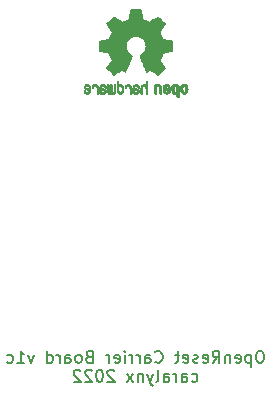
<source format=gbo>
%TF.GenerationSoftware,KiCad,Pcbnew,(6.0.2)*%
%TF.CreationDate,2022-04-09T21:38:49-06:00*%
%TF.ProjectId,carrier_board,63617272-6965-4725-9f62-6f6172642e6b,v1b*%
%TF.SameCoordinates,Original*%
%TF.FileFunction,Legend,Bot*%
%TF.FilePolarity,Positive*%
%FSLAX46Y46*%
G04 Gerber Fmt 4.6, Leading zero omitted, Abs format (unit mm)*
G04 Created by KiCad (PCBNEW (6.0.2)) date 2022-04-09 21:38:49*
%MOMM*%
%LPD*%
G01*
G04 APERTURE LIST*
%ADD10C,0.150000*%
%ADD11C,0.010000*%
G04 APERTURE END LIST*
D10*
X157619047Y-118647380D02*
X157428571Y-118647380D01*
X157333333Y-118695000D01*
X157238095Y-118790238D01*
X157190476Y-118980714D01*
X157190476Y-119314047D01*
X157238095Y-119504523D01*
X157333333Y-119599761D01*
X157428571Y-119647380D01*
X157619047Y-119647380D01*
X157714285Y-119599761D01*
X157809523Y-119504523D01*
X157857142Y-119314047D01*
X157857142Y-118980714D01*
X157809523Y-118790238D01*
X157714285Y-118695000D01*
X157619047Y-118647380D01*
X156761904Y-118980714D02*
X156761904Y-119980714D01*
X156761904Y-119028333D02*
X156666666Y-118980714D01*
X156476190Y-118980714D01*
X156380952Y-119028333D01*
X156333333Y-119075952D01*
X156285714Y-119171190D01*
X156285714Y-119456904D01*
X156333333Y-119552142D01*
X156380952Y-119599761D01*
X156476190Y-119647380D01*
X156666666Y-119647380D01*
X156761904Y-119599761D01*
X155476190Y-119599761D02*
X155571428Y-119647380D01*
X155761904Y-119647380D01*
X155857142Y-119599761D01*
X155904761Y-119504523D01*
X155904761Y-119123571D01*
X155857142Y-119028333D01*
X155761904Y-118980714D01*
X155571428Y-118980714D01*
X155476190Y-119028333D01*
X155428571Y-119123571D01*
X155428571Y-119218809D01*
X155904761Y-119314047D01*
X155000000Y-118980714D02*
X155000000Y-119647380D01*
X155000000Y-119075952D02*
X154952380Y-119028333D01*
X154857142Y-118980714D01*
X154714285Y-118980714D01*
X154619047Y-119028333D01*
X154571428Y-119123571D01*
X154571428Y-119647380D01*
X153523809Y-119647380D02*
X153857142Y-119171190D01*
X154095238Y-119647380D02*
X154095238Y-118647380D01*
X153714285Y-118647380D01*
X153619047Y-118695000D01*
X153571428Y-118742619D01*
X153523809Y-118837857D01*
X153523809Y-118980714D01*
X153571428Y-119075952D01*
X153619047Y-119123571D01*
X153714285Y-119171190D01*
X154095238Y-119171190D01*
X152714285Y-119599761D02*
X152809523Y-119647380D01*
X153000000Y-119647380D01*
X153095238Y-119599761D01*
X153142857Y-119504523D01*
X153142857Y-119123571D01*
X153095238Y-119028333D01*
X153000000Y-118980714D01*
X152809523Y-118980714D01*
X152714285Y-119028333D01*
X152666666Y-119123571D01*
X152666666Y-119218809D01*
X153142857Y-119314047D01*
X152285714Y-119599761D02*
X152190476Y-119647380D01*
X152000000Y-119647380D01*
X151904761Y-119599761D01*
X151857142Y-119504523D01*
X151857142Y-119456904D01*
X151904761Y-119361666D01*
X152000000Y-119314047D01*
X152142857Y-119314047D01*
X152238095Y-119266428D01*
X152285714Y-119171190D01*
X152285714Y-119123571D01*
X152238095Y-119028333D01*
X152142857Y-118980714D01*
X152000000Y-118980714D01*
X151904761Y-119028333D01*
X151047619Y-119599761D02*
X151142857Y-119647380D01*
X151333333Y-119647380D01*
X151428571Y-119599761D01*
X151476190Y-119504523D01*
X151476190Y-119123571D01*
X151428571Y-119028333D01*
X151333333Y-118980714D01*
X151142857Y-118980714D01*
X151047619Y-119028333D01*
X151000000Y-119123571D01*
X151000000Y-119218809D01*
X151476190Y-119314047D01*
X150714285Y-118980714D02*
X150333333Y-118980714D01*
X150571428Y-118647380D02*
X150571428Y-119504523D01*
X150523809Y-119599761D01*
X150428571Y-119647380D01*
X150333333Y-119647380D01*
X148666666Y-119552142D02*
X148714285Y-119599761D01*
X148857142Y-119647380D01*
X148952380Y-119647380D01*
X149095238Y-119599761D01*
X149190476Y-119504523D01*
X149238095Y-119409285D01*
X149285714Y-119218809D01*
X149285714Y-119075952D01*
X149238095Y-118885476D01*
X149190476Y-118790238D01*
X149095238Y-118695000D01*
X148952380Y-118647380D01*
X148857142Y-118647380D01*
X148714285Y-118695000D01*
X148666666Y-118742619D01*
X147809523Y-119647380D02*
X147809523Y-119123571D01*
X147857142Y-119028333D01*
X147952380Y-118980714D01*
X148142857Y-118980714D01*
X148238095Y-119028333D01*
X147809523Y-119599761D02*
X147904761Y-119647380D01*
X148142857Y-119647380D01*
X148238095Y-119599761D01*
X148285714Y-119504523D01*
X148285714Y-119409285D01*
X148238095Y-119314047D01*
X148142857Y-119266428D01*
X147904761Y-119266428D01*
X147809523Y-119218809D01*
X147333333Y-119647380D02*
X147333333Y-118980714D01*
X147333333Y-119171190D02*
X147285714Y-119075952D01*
X147238095Y-119028333D01*
X147142857Y-118980714D01*
X147047619Y-118980714D01*
X146714285Y-119647380D02*
X146714285Y-118980714D01*
X146714285Y-119171190D02*
X146666666Y-119075952D01*
X146619047Y-119028333D01*
X146523809Y-118980714D01*
X146428571Y-118980714D01*
X146095238Y-119647380D02*
X146095238Y-118980714D01*
X146095238Y-118647380D02*
X146142857Y-118695000D01*
X146095238Y-118742619D01*
X146047619Y-118695000D01*
X146095238Y-118647380D01*
X146095238Y-118742619D01*
X145238095Y-119599761D02*
X145333333Y-119647380D01*
X145523809Y-119647380D01*
X145619047Y-119599761D01*
X145666666Y-119504523D01*
X145666666Y-119123571D01*
X145619047Y-119028333D01*
X145523809Y-118980714D01*
X145333333Y-118980714D01*
X145238095Y-119028333D01*
X145190476Y-119123571D01*
X145190476Y-119218809D01*
X145666666Y-119314047D01*
X144761904Y-119647380D02*
X144761904Y-118980714D01*
X144761904Y-119171190D02*
X144714285Y-119075952D01*
X144666666Y-119028333D01*
X144571428Y-118980714D01*
X144476190Y-118980714D01*
X143047619Y-119123571D02*
X142904761Y-119171190D01*
X142857142Y-119218809D01*
X142809523Y-119314047D01*
X142809523Y-119456904D01*
X142857142Y-119552142D01*
X142904761Y-119599761D01*
X143000000Y-119647380D01*
X143380952Y-119647380D01*
X143380952Y-118647380D01*
X143047619Y-118647380D01*
X142952380Y-118695000D01*
X142904761Y-118742619D01*
X142857142Y-118837857D01*
X142857142Y-118933095D01*
X142904761Y-119028333D01*
X142952380Y-119075952D01*
X143047619Y-119123571D01*
X143380952Y-119123571D01*
X142238095Y-119647380D02*
X142333333Y-119599761D01*
X142380952Y-119552142D01*
X142428571Y-119456904D01*
X142428571Y-119171190D01*
X142380952Y-119075952D01*
X142333333Y-119028333D01*
X142238095Y-118980714D01*
X142095238Y-118980714D01*
X142000000Y-119028333D01*
X141952380Y-119075952D01*
X141904761Y-119171190D01*
X141904761Y-119456904D01*
X141952380Y-119552142D01*
X142000000Y-119599761D01*
X142095238Y-119647380D01*
X142238095Y-119647380D01*
X141047619Y-119647380D02*
X141047619Y-119123571D01*
X141095238Y-119028333D01*
X141190476Y-118980714D01*
X141380952Y-118980714D01*
X141476190Y-119028333D01*
X141047619Y-119599761D02*
X141142857Y-119647380D01*
X141380952Y-119647380D01*
X141476190Y-119599761D01*
X141523809Y-119504523D01*
X141523809Y-119409285D01*
X141476190Y-119314047D01*
X141380952Y-119266428D01*
X141142857Y-119266428D01*
X141047619Y-119218809D01*
X140571428Y-119647380D02*
X140571428Y-118980714D01*
X140571428Y-119171190D02*
X140523809Y-119075952D01*
X140476190Y-119028333D01*
X140380952Y-118980714D01*
X140285714Y-118980714D01*
X139523809Y-119647380D02*
X139523809Y-118647380D01*
X139523809Y-119599761D02*
X139619047Y-119647380D01*
X139809523Y-119647380D01*
X139904761Y-119599761D01*
X139952380Y-119552142D01*
X140000000Y-119456904D01*
X140000000Y-119171190D01*
X139952380Y-119075952D01*
X139904761Y-119028333D01*
X139809523Y-118980714D01*
X139619047Y-118980714D01*
X139523809Y-119028333D01*
X138380952Y-118980714D02*
X138142857Y-119647380D01*
X137904761Y-118980714D01*
X137000000Y-119647380D02*
X137571428Y-119647380D01*
X137285714Y-119647380D02*
X137285714Y-118647380D01*
X137380952Y-118790238D01*
X137476190Y-118885476D01*
X137571428Y-118933095D01*
X136142857Y-119599761D02*
X136238095Y-119647380D01*
X136428571Y-119647380D01*
X136523809Y-119599761D01*
X136571428Y-119552142D01*
X136619047Y-119456904D01*
X136619047Y-119171190D01*
X136571428Y-119075952D01*
X136523809Y-119028333D01*
X136428571Y-118980714D01*
X136238095Y-118980714D01*
X136142857Y-119028333D01*
X151761904Y-121209761D02*
X151857142Y-121257380D01*
X152047619Y-121257380D01*
X152142857Y-121209761D01*
X152190476Y-121162142D01*
X152238095Y-121066904D01*
X152238095Y-120781190D01*
X152190476Y-120685952D01*
X152142857Y-120638333D01*
X152047619Y-120590714D01*
X151857142Y-120590714D01*
X151761904Y-120638333D01*
X150904761Y-121257380D02*
X150904761Y-120733571D01*
X150952380Y-120638333D01*
X151047619Y-120590714D01*
X151238095Y-120590714D01*
X151333333Y-120638333D01*
X150904761Y-121209761D02*
X151000000Y-121257380D01*
X151238095Y-121257380D01*
X151333333Y-121209761D01*
X151380952Y-121114523D01*
X151380952Y-121019285D01*
X151333333Y-120924047D01*
X151238095Y-120876428D01*
X151000000Y-120876428D01*
X150904761Y-120828809D01*
X150428571Y-121257380D02*
X150428571Y-120590714D01*
X150428571Y-120781190D02*
X150380952Y-120685952D01*
X150333333Y-120638333D01*
X150238095Y-120590714D01*
X150142857Y-120590714D01*
X149380952Y-121257380D02*
X149380952Y-120733571D01*
X149428571Y-120638333D01*
X149523809Y-120590714D01*
X149714285Y-120590714D01*
X149809523Y-120638333D01*
X149380952Y-121209761D02*
X149476190Y-121257380D01*
X149714285Y-121257380D01*
X149809523Y-121209761D01*
X149857142Y-121114523D01*
X149857142Y-121019285D01*
X149809523Y-120924047D01*
X149714285Y-120876428D01*
X149476190Y-120876428D01*
X149380952Y-120828809D01*
X148761904Y-121257380D02*
X148857142Y-121209761D01*
X148904761Y-121114523D01*
X148904761Y-120257380D01*
X148476190Y-120590714D02*
X148238095Y-121257380D01*
X148000000Y-120590714D02*
X148238095Y-121257380D01*
X148333333Y-121495476D01*
X148380952Y-121543095D01*
X148476190Y-121590714D01*
X147619047Y-120590714D02*
X147619047Y-121257380D01*
X147619047Y-120685952D02*
X147571428Y-120638333D01*
X147476190Y-120590714D01*
X147333333Y-120590714D01*
X147238095Y-120638333D01*
X147190476Y-120733571D01*
X147190476Y-121257380D01*
X146809523Y-121257380D02*
X146285714Y-120590714D01*
X146809523Y-120590714D02*
X146285714Y-121257380D01*
X145190476Y-120352619D02*
X145142857Y-120305000D01*
X145047619Y-120257380D01*
X144809523Y-120257380D01*
X144714285Y-120305000D01*
X144666666Y-120352619D01*
X144619047Y-120447857D01*
X144619047Y-120543095D01*
X144666666Y-120685952D01*
X145238095Y-121257380D01*
X144619047Y-121257380D01*
X144000000Y-120257380D02*
X143904761Y-120257380D01*
X143809523Y-120305000D01*
X143761904Y-120352619D01*
X143714285Y-120447857D01*
X143666666Y-120638333D01*
X143666666Y-120876428D01*
X143714285Y-121066904D01*
X143761904Y-121162142D01*
X143809523Y-121209761D01*
X143904761Y-121257380D01*
X144000000Y-121257380D01*
X144095238Y-121209761D01*
X144142857Y-121162142D01*
X144190476Y-121066904D01*
X144238095Y-120876428D01*
X144238095Y-120638333D01*
X144190476Y-120447857D01*
X144142857Y-120352619D01*
X144095238Y-120305000D01*
X144000000Y-120257380D01*
X143285714Y-120352619D02*
X143238095Y-120305000D01*
X143142857Y-120257380D01*
X142904761Y-120257380D01*
X142809523Y-120305000D01*
X142761904Y-120352619D01*
X142714285Y-120447857D01*
X142714285Y-120543095D01*
X142761904Y-120685952D01*
X143333333Y-121257380D01*
X142714285Y-121257380D01*
X142333333Y-120352619D02*
X142285714Y-120305000D01*
X142190476Y-120257380D01*
X141952380Y-120257380D01*
X141857142Y-120305000D01*
X141809523Y-120352619D01*
X141761904Y-120447857D01*
X141761904Y-120543095D01*
X141809523Y-120685952D01*
X142380952Y-121257380D01*
X141761904Y-121257380D01*
D11*
%TO.C,REF\u002A\u002A*%
X146946499Y-96067246D02*
X146869940Y-96095676D01*
X146869940Y-96095676D02*
X146869064Y-96096222D01*
X146869064Y-96096222D02*
X146821715Y-96131070D01*
X146821715Y-96131070D02*
X146786759Y-96171795D01*
X146786759Y-96171795D02*
X146762175Y-96224868D01*
X146762175Y-96224868D02*
X146745938Y-96296757D01*
X146745938Y-96296757D02*
X146736025Y-96393935D01*
X146736025Y-96393935D02*
X146730414Y-96522871D01*
X146730414Y-96522871D02*
X146729923Y-96541241D01*
X146729923Y-96541241D02*
X146722859Y-96818230D01*
X146722859Y-96818230D02*
X146782305Y-96848971D01*
X146782305Y-96848971D02*
X146825319Y-96869745D01*
X146825319Y-96869745D02*
X146851290Y-96879589D01*
X146851290Y-96879589D02*
X146852491Y-96879712D01*
X146852491Y-96879712D02*
X146856986Y-96861549D01*
X146856986Y-96861549D02*
X146860556Y-96812555D01*
X146860556Y-96812555D02*
X146862752Y-96740974D01*
X146862752Y-96740974D02*
X146863231Y-96683011D01*
X146863231Y-96683011D02*
X146863242Y-96589113D01*
X146863242Y-96589113D02*
X146867534Y-96530146D01*
X146867534Y-96530146D02*
X146882497Y-96502022D01*
X146882497Y-96502022D02*
X146914518Y-96500649D01*
X146914518Y-96500649D02*
X146969986Y-96521941D01*
X146969986Y-96521941D02*
X147053731Y-96561079D01*
X147053731Y-96561079D02*
X147115311Y-96593586D01*
X147115311Y-96593586D02*
X147146983Y-96621788D01*
X147146983Y-96621788D02*
X147156294Y-96652525D01*
X147156294Y-96652525D02*
X147156308Y-96654047D01*
X147156308Y-96654047D02*
X147140943Y-96706997D01*
X147140943Y-96706997D02*
X147095453Y-96735603D01*
X147095453Y-96735603D02*
X147025834Y-96739746D01*
X147025834Y-96739746D02*
X146975687Y-96739027D01*
X146975687Y-96739027D02*
X146949246Y-96753470D01*
X146949246Y-96753470D02*
X146932757Y-96788161D01*
X146932757Y-96788161D02*
X146923267Y-96832359D01*
X146923267Y-96832359D02*
X146936943Y-96857436D01*
X146936943Y-96857436D02*
X146942093Y-96861025D01*
X146942093Y-96861025D02*
X146990575Y-96875439D01*
X146990575Y-96875439D02*
X147058469Y-96877480D01*
X147058469Y-96877480D02*
X147128388Y-96867926D01*
X147128388Y-96867926D02*
X147177932Y-96850465D01*
X147177932Y-96850465D02*
X147246430Y-96792307D01*
X147246430Y-96792307D02*
X147285366Y-96711351D01*
X147285366Y-96711351D02*
X147293077Y-96648103D01*
X147293077Y-96648103D02*
X147287193Y-96591054D01*
X147287193Y-96591054D02*
X147265899Y-96544485D01*
X147265899Y-96544485D02*
X147223735Y-96503124D01*
X147223735Y-96503124D02*
X147155241Y-96461698D01*
X147155241Y-96461698D02*
X147054956Y-96414936D01*
X147054956Y-96414936D02*
X147048846Y-96412293D01*
X147048846Y-96412293D02*
X146958510Y-96370560D01*
X146958510Y-96370560D02*
X146902765Y-96336334D01*
X146902765Y-96336334D02*
X146878871Y-96305578D01*
X146878871Y-96305578D02*
X146884087Y-96274254D01*
X146884087Y-96274254D02*
X146915672Y-96238326D01*
X146915672Y-96238326D02*
X146925117Y-96230059D01*
X146925117Y-96230059D02*
X146988383Y-96198001D01*
X146988383Y-96198001D02*
X147053936Y-96199350D01*
X147053936Y-96199350D02*
X147111028Y-96230781D01*
X147111028Y-96230781D02*
X147148907Y-96288967D01*
X147148907Y-96288967D02*
X147152426Y-96300389D01*
X147152426Y-96300389D02*
X147186700Y-96355780D01*
X147186700Y-96355780D02*
X147230191Y-96382461D01*
X147230191Y-96382461D02*
X147293077Y-96408903D01*
X147293077Y-96408903D02*
X147293077Y-96340491D01*
X147293077Y-96340491D02*
X147273948Y-96241053D01*
X147273948Y-96241053D02*
X147217169Y-96149845D01*
X147217169Y-96149845D02*
X147187622Y-96119332D01*
X147187622Y-96119332D02*
X147120458Y-96080171D01*
X147120458Y-96080171D02*
X147035044Y-96062443D01*
X147035044Y-96062443D02*
X146946499Y-96067246D01*
X146946499Y-96067246D02*
X146946499Y-96067246D01*
G36*
X147120458Y-96080171D02*
G01*
X147187622Y-96119332D01*
X147217169Y-96149845D01*
X147273948Y-96241053D01*
X147293077Y-96340491D01*
X147293077Y-96408903D01*
X147230191Y-96382461D01*
X147186700Y-96355780D01*
X147152426Y-96300389D01*
X147148907Y-96288967D01*
X147111028Y-96230781D01*
X147053936Y-96199350D01*
X146988383Y-96198001D01*
X146925117Y-96230059D01*
X146915672Y-96238326D01*
X146884087Y-96274254D01*
X146878871Y-96305578D01*
X146902765Y-96336334D01*
X146958510Y-96370560D01*
X147048846Y-96412293D01*
X147054956Y-96414936D01*
X147155241Y-96461698D01*
X147223735Y-96503124D01*
X147265899Y-96544485D01*
X147287193Y-96591054D01*
X147293077Y-96648103D01*
X147285366Y-96711351D01*
X147246430Y-96792307D01*
X147177932Y-96850465D01*
X147128388Y-96867926D01*
X147058469Y-96877480D01*
X146990575Y-96875439D01*
X146942093Y-96861025D01*
X146936943Y-96857436D01*
X146923267Y-96832359D01*
X146932757Y-96788161D01*
X146949246Y-96753470D01*
X146975687Y-96739027D01*
X147025834Y-96739746D01*
X147095453Y-96735603D01*
X147140943Y-96706997D01*
X147156308Y-96654047D01*
X147156294Y-96652525D01*
X147146983Y-96621788D01*
X147115311Y-96593586D01*
X147053731Y-96561079D01*
X146969986Y-96521941D01*
X146914518Y-96500649D01*
X146882497Y-96502022D01*
X146867534Y-96530146D01*
X146863242Y-96589113D01*
X146863231Y-96683011D01*
X146862752Y-96740974D01*
X146860556Y-96812555D01*
X146856986Y-96861549D01*
X146852491Y-96879712D01*
X146851290Y-96879589D01*
X146825319Y-96869745D01*
X146782305Y-96848971D01*
X146722859Y-96818230D01*
X146729923Y-96541241D01*
X146730414Y-96522871D01*
X146736025Y-96393935D01*
X146745938Y-96296757D01*
X146762175Y-96224868D01*
X146786759Y-96171795D01*
X146821715Y-96131070D01*
X146869064Y-96096222D01*
X146869940Y-96095676D01*
X146946499Y-96067246D01*
X147035044Y-96062443D01*
X147120458Y-96080171D01*
G37*
X147120458Y-96080171D02*
X147187622Y-96119332D01*
X147217169Y-96149845D01*
X147273948Y-96241053D01*
X147293077Y-96340491D01*
X147293077Y-96408903D01*
X147230191Y-96382461D01*
X147186700Y-96355780D01*
X147152426Y-96300389D01*
X147148907Y-96288967D01*
X147111028Y-96230781D01*
X147053936Y-96199350D01*
X146988383Y-96198001D01*
X146925117Y-96230059D01*
X146915672Y-96238326D01*
X146884087Y-96274254D01*
X146878871Y-96305578D01*
X146902765Y-96336334D01*
X146958510Y-96370560D01*
X147048846Y-96412293D01*
X147054956Y-96414936D01*
X147155241Y-96461698D01*
X147223735Y-96503124D01*
X147265899Y-96544485D01*
X147287193Y-96591054D01*
X147293077Y-96648103D01*
X147285366Y-96711351D01*
X147246430Y-96792307D01*
X147177932Y-96850465D01*
X147128388Y-96867926D01*
X147058469Y-96877480D01*
X146990575Y-96875439D01*
X146942093Y-96861025D01*
X146936943Y-96857436D01*
X146923267Y-96832359D01*
X146932757Y-96788161D01*
X146949246Y-96753470D01*
X146975687Y-96739027D01*
X147025834Y-96739746D01*
X147095453Y-96735603D01*
X147140943Y-96706997D01*
X147156308Y-96654047D01*
X147156294Y-96652525D01*
X147146983Y-96621788D01*
X147115311Y-96593586D01*
X147053731Y-96561079D01*
X146969986Y-96521941D01*
X146914518Y-96500649D01*
X146882497Y-96502022D01*
X146867534Y-96530146D01*
X146863242Y-96589113D01*
X146863231Y-96683011D01*
X146862752Y-96740974D01*
X146860556Y-96812555D01*
X146856986Y-96861549D01*
X146852491Y-96879712D01*
X146851290Y-96879589D01*
X146825319Y-96869745D01*
X146782305Y-96848971D01*
X146722859Y-96818230D01*
X146729923Y-96541241D01*
X146730414Y-96522871D01*
X146736025Y-96393935D01*
X146745938Y-96296757D01*
X146762175Y-96224868D01*
X146786759Y-96171795D01*
X146821715Y-96131070D01*
X146869064Y-96096222D01*
X146869940Y-96095676D01*
X146946499Y-96067246D01*
X147035044Y-96062443D01*
X147120458Y-96080171D01*
X148728336Y-96036032D02*
X148665633Y-96072301D01*
X148665633Y-96072301D02*
X148622039Y-96108301D01*
X148622039Y-96108301D02*
X148590155Y-96146018D01*
X148590155Y-96146018D02*
X148568190Y-96192142D01*
X148568190Y-96192142D02*
X148554351Y-96253364D01*
X148554351Y-96253364D02*
X148546847Y-96336374D01*
X148546847Y-96336374D02*
X148543883Y-96447862D01*
X148543883Y-96447862D02*
X148543539Y-96528005D01*
X148543539Y-96528005D02*
X148543539Y-96823008D01*
X148543539Y-96823008D02*
X148709615Y-96897458D01*
X148709615Y-96897458D02*
X148719385Y-96574345D01*
X148719385Y-96574345D02*
X148723421Y-96453672D01*
X148723421Y-96453672D02*
X148727656Y-96366084D01*
X148727656Y-96366084D02*
X148732903Y-96305593D01*
X148732903Y-96305593D02*
X148739975Y-96266211D01*
X148739975Y-96266211D02*
X148749689Y-96241950D01*
X148749689Y-96241950D02*
X148762856Y-96226823D01*
X148762856Y-96226823D02*
X148767081Y-96223549D01*
X148767081Y-96223549D02*
X148831091Y-96197977D01*
X148831091Y-96197977D02*
X148895792Y-96208096D01*
X148895792Y-96208096D02*
X148934308Y-96234943D01*
X148934308Y-96234943D02*
X148949975Y-96253967D01*
X148949975Y-96253967D02*
X148960820Y-96278931D01*
X148960820Y-96278931D02*
X148967712Y-96316777D01*
X148967712Y-96316777D02*
X148971521Y-96374445D01*
X148971521Y-96374445D02*
X148973117Y-96458878D01*
X148973117Y-96458878D02*
X148973385Y-96546871D01*
X148973385Y-96546871D02*
X148973437Y-96657266D01*
X148973437Y-96657266D02*
X148975328Y-96735406D01*
X148975328Y-96735406D02*
X148981655Y-96788108D01*
X148981655Y-96788108D02*
X148995017Y-96822185D01*
X148995017Y-96822185D02*
X149018015Y-96844454D01*
X149018015Y-96844454D02*
X149053246Y-96861730D01*
X149053246Y-96861730D02*
X149100303Y-96879681D01*
X149100303Y-96879681D02*
X149151697Y-96899221D01*
X149151697Y-96899221D02*
X149145579Y-96552428D01*
X149145579Y-96552428D02*
X149143116Y-96427411D01*
X149143116Y-96427411D02*
X149140233Y-96335025D01*
X149140233Y-96335025D02*
X149136102Y-96268824D01*
X149136102Y-96268824D02*
X149129893Y-96222363D01*
X149129893Y-96222363D02*
X149120774Y-96189199D01*
X149120774Y-96189199D02*
X149107917Y-96162887D01*
X149107917Y-96162887D02*
X149092416Y-96139672D01*
X149092416Y-96139672D02*
X149017629Y-96065512D01*
X149017629Y-96065512D02*
X148926372Y-96022627D01*
X148926372Y-96022627D02*
X148827117Y-96012355D01*
X148827117Y-96012355D02*
X148728336Y-96036032D01*
X148728336Y-96036032D02*
X148728336Y-96036032D01*
G36*
X148926372Y-96022627D02*
G01*
X149017629Y-96065512D01*
X149092416Y-96139672D01*
X149107917Y-96162887D01*
X149120774Y-96189199D01*
X149129893Y-96222363D01*
X149136102Y-96268824D01*
X149140233Y-96335025D01*
X149143116Y-96427411D01*
X149145579Y-96552428D01*
X149151697Y-96899221D01*
X149100303Y-96879681D01*
X149053246Y-96861730D01*
X149018015Y-96844454D01*
X148995017Y-96822185D01*
X148981655Y-96788108D01*
X148975328Y-96735406D01*
X148973437Y-96657266D01*
X148973385Y-96546871D01*
X148973117Y-96458878D01*
X148971521Y-96374445D01*
X148967712Y-96316777D01*
X148960820Y-96278931D01*
X148949975Y-96253967D01*
X148934308Y-96234943D01*
X148895792Y-96208096D01*
X148831091Y-96197977D01*
X148767081Y-96223549D01*
X148762856Y-96226823D01*
X148749689Y-96241950D01*
X148739975Y-96266211D01*
X148732903Y-96305593D01*
X148727656Y-96366084D01*
X148723421Y-96453672D01*
X148719385Y-96574345D01*
X148709615Y-96897458D01*
X148543539Y-96823008D01*
X148543539Y-96528005D01*
X148543883Y-96447862D01*
X148546847Y-96336374D01*
X148554351Y-96253364D01*
X148568190Y-96192142D01*
X148590155Y-96146018D01*
X148622039Y-96108301D01*
X148665633Y-96072301D01*
X148728336Y-96036032D01*
X148827117Y-96012355D01*
X148926372Y-96022627D01*
G37*
X148926372Y-96022627D02*
X149017629Y-96065512D01*
X149092416Y-96139672D01*
X149107917Y-96162887D01*
X149120774Y-96189199D01*
X149129893Y-96222363D01*
X149136102Y-96268824D01*
X149140233Y-96335025D01*
X149143116Y-96427411D01*
X149145579Y-96552428D01*
X149151697Y-96899221D01*
X149100303Y-96879681D01*
X149053246Y-96861730D01*
X149018015Y-96844454D01*
X148995017Y-96822185D01*
X148981655Y-96788108D01*
X148975328Y-96735406D01*
X148973437Y-96657266D01*
X148973385Y-96546871D01*
X148973117Y-96458878D01*
X148971521Y-96374445D01*
X148967712Y-96316777D01*
X148960820Y-96278931D01*
X148949975Y-96253967D01*
X148934308Y-96234943D01*
X148895792Y-96208096D01*
X148831091Y-96197977D01*
X148767081Y-96223549D01*
X148762856Y-96226823D01*
X148749689Y-96241950D01*
X148739975Y-96266211D01*
X148732903Y-96305593D01*
X148727656Y-96366084D01*
X148723421Y-96453672D01*
X148719385Y-96574345D01*
X148709615Y-96897458D01*
X148543539Y-96823008D01*
X148543539Y-96528005D01*
X148543883Y-96447862D01*
X148546847Y-96336374D01*
X148554351Y-96253364D01*
X148568190Y-96192142D01*
X148590155Y-96146018D01*
X148622039Y-96108301D01*
X148665633Y-96072301D01*
X148728336Y-96036032D01*
X148827117Y-96012355D01*
X148926372Y-96022627D01*
X146286638Y-96065613D02*
X146197883Y-96098364D01*
X146197883Y-96098364D02*
X146125978Y-96156293D01*
X146125978Y-96156293D02*
X146097856Y-96197071D01*
X146097856Y-96197071D02*
X146067198Y-96271897D01*
X146067198Y-96271897D02*
X146067835Y-96326001D01*
X146067835Y-96326001D02*
X146100013Y-96362389D01*
X146100013Y-96362389D02*
X146111919Y-96368576D01*
X146111919Y-96368576D02*
X146163325Y-96387868D01*
X146163325Y-96387868D02*
X146189578Y-96382925D01*
X146189578Y-96382925D02*
X146198470Y-96350530D01*
X146198470Y-96350530D02*
X146198923Y-96332635D01*
X146198923Y-96332635D02*
X146215203Y-96266802D01*
X146215203Y-96266802D02*
X146257635Y-96220750D01*
X146257635Y-96220750D02*
X146316612Y-96198507D01*
X146316612Y-96198507D02*
X146382525Y-96204104D01*
X146382525Y-96204104D02*
X146436105Y-96233172D01*
X146436105Y-96233172D02*
X146454202Y-96249753D01*
X146454202Y-96249753D02*
X146467029Y-96269868D01*
X146467029Y-96269868D02*
X146475694Y-96300275D01*
X146475694Y-96300275D02*
X146481304Y-96347731D01*
X146481304Y-96347731D02*
X146484965Y-96418993D01*
X146484965Y-96418993D02*
X146487785Y-96520818D01*
X146487785Y-96520818D02*
X146488516Y-96553058D01*
X146488516Y-96553058D02*
X146491180Y-96663353D01*
X146491180Y-96663353D02*
X146494208Y-96740979D01*
X146494208Y-96740979D02*
X146498750Y-96792339D01*
X146498750Y-96792339D02*
X146505954Y-96823833D01*
X146505954Y-96823833D02*
X146516967Y-96841863D01*
X146516967Y-96841863D02*
X146532940Y-96852831D01*
X146532940Y-96852831D02*
X146543166Y-96857676D01*
X146543166Y-96857676D02*
X146586594Y-96874244D01*
X146586594Y-96874244D02*
X146612158Y-96879712D01*
X146612158Y-96879712D02*
X146620605Y-96861450D01*
X146620605Y-96861450D02*
X146625761Y-96806239D01*
X146625761Y-96806239D02*
X146627654Y-96713442D01*
X146627654Y-96713442D02*
X146626311Y-96582421D01*
X146626311Y-96582421D02*
X146625893Y-96562212D01*
X146625893Y-96562212D02*
X146622942Y-96442676D01*
X146622942Y-96442676D02*
X146619452Y-96355392D01*
X146619452Y-96355392D02*
X146614486Y-96293534D01*
X146614486Y-96293534D02*
X146607107Y-96250279D01*
X146607107Y-96250279D02*
X146596376Y-96218803D01*
X146596376Y-96218803D02*
X146581355Y-96192282D01*
X146581355Y-96192282D02*
X146573498Y-96180918D01*
X146573498Y-96180918D02*
X146528447Y-96130635D01*
X146528447Y-96130635D02*
X146478060Y-96091524D01*
X146478060Y-96091524D02*
X146471892Y-96088110D01*
X146471892Y-96088110D02*
X146381542Y-96061155D01*
X146381542Y-96061155D02*
X146286638Y-96065613D01*
X146286638Y-96065613D02*
X146286638Y-96065613D01*
G36*
X146471892Y-96088110D02*
G01*
X146478060Y-96091524D01*
X146528447Y-96130635D01*
X146573498Y-96180918D01*
X146581355Y-96192282D01*
X146596376Y-96218803D01*
X146607107Y-96250279D01*
X146614486Y-96293534D01*
X146619452Y-96355392D01*
X146622942Y-96442676D01*
X146625893Y-96562212D01*
X146626311Y-96582421D01*
X146627654Y-96713442D01*
X146625761Y-96806239D01*
X146620605Y-96861450D01*
X146612158Y-96879712D01*
X146586594Y-96874244D01*
X146543166Y-96857676D01*
X146532940Y-96852831D01*
X146516967Y-96841863D01*
X146505954Y-96823833D01*
X146498750Y-96792339D01*
X146494208Y-96740979D01*
X146491180Y-96663353D01*
X146488516Y-96553058D01*
X146487785Y-96520818D01*
X146484965Y-96418993D01*
X146481304Y-96347731D01*
X146475694Y-96300275D01*
X146467029Y-96269868D01*
X146454202Y-96249753D01*
X146436105Y-96233172D01*
X146382525Y-96204104D01*
X146316612Y-96198507D01*
X146257635Y-96220750D01*
X146215203Y-96266802D01*
X146198923Y-96332635D01*
X146198470Y-96350530D01*
X146189578Y-96382925D01*
X146163325Y-96387868D01*
X146111919Y-96368576D01*
X146100013Y-96362389D01*
X146067835Y-96326001D01*
X146067198Y-96271897D01*
X146097856Y-96197071D01*
X146125978Y-96156293D01*
X146197883Y-96098364D01*
X146286638Y-96065613D01*
X146381542Y-96061155D01*
X146471892Y-96088110D01*
G37*
X146471892Y-96088110D02*
X146478060Y-96091524D01*
X146528447Y-96130635D01*
X146573498Y-96180918D01*
X146581355Y-96192282D01*
X146596376Y-96218803D01*
X146607107Y-96250279D01*
X146614486Y-96293534D01*
X146619452Y-96355392D01*
X146622942Y-96442676D01*
X146625893Y-96562212D01*
X146626311Y-96582421D01*
X146627654Y-96713442D01*
X146625761Y-96806239D01*
X146620605Y-96861450D01*
X146612158Y-96879712D01*
X146586594Y-96874244D01*
X146543166Y-96857676D01*
X146532940Y-96852831D01*
X146516967Y-96841863D01*
X146505954Y-96823833D01*
X146498750Y-96792339D01*
X146494208Y-96740979D01*
X146491180Y-96663353D01*
X146488516Y-96553058D01*
X146487785Y-96520818D01*
X146484965Y-96418993D01*
X146481304Y-96347731D01*
X146475694Y-96300275D01*
X146467029Y-96269868D01*
X146454202Y-96249753D01*
X146436105Y-96233172D01*
X146382525Y-96204104D01*
X146316612Y-96198507D01*
X146257635Y-96220750D01*
X146215203Y-96266802D01*
X146198923Y-96332635D01*
X146198470Y-96350530D01*
X146189578Y-96382925D01*
X146163325Y-96387868D01*
X146111919Y-96368576D01*
X146100013Y-96362389D01*
X146067835Y-96326001D01*
X146067198Y-96271897D01*
X146097856Y-96197071D01*
X146125978Y-96156293D01*
X146197883Y-96098364D01*
X146286638Y-96065613D01*
X146381542Y-96061155D01*
X146471892Y-96088110D01*
X150231114Y-96025448D02*
X150156461Y-96062670D01*
X150156461Y-96062670D02*
X150090569Y-96131204D01*
X150090569Y-96131204D02*
X150072423Y-96156591D01*
X150072423Y-96156591D02*
X150052655Y-96189809D01*
X150052655Y-96189809D02*
X150039828Y-96225888D01*
X150039828Y-96225888D02*
X150032490Y-96274041D01*
X150032490Y-96274041D02*
X150029187Y-96343479D01*
X150029187Y-96343479D02*
X150028462Y-96435149D01*
X150028462Y-96435149D02*
X150031737Y-96560773D01*
X150031737Y-96560773D02*
X150043123Y-96655097D01*
X150043123Y-96655097D02*
X150064959Y-96725466D01*
X150064959Y-96725466D02*
X150099581Y-96779229D01*
X150099581Y-96779229D02*
X150149330Y-96823731D01*
X150149330Y-96823731D02*
X150152986Y-96826366D01*
X150152986Y-96826366D02*
X150202015Y-96853320D01*
X150202015Y-96853320D02*
X150261055Y-96866655D01*
X150261055Y-96866655D02*
X150336141Y-96869943D01*
X150336141Y-96869943D02*
X150458205Y-96869943D01*
X150458205Y-96869943D02*
X150458256Y-96988440D01*
X150458256Y-96988440D02*
X150459392Y-97054435D01*
X150459392Y-97054435D02*
X150466314Y-97093145D01*
X150466314Y-97093145D02*
X150484402Y-97116362D01*
X150484402Y-97116362D02*
X150519038Y-97135876D01*
X150519038Y-97135876D02*
X150527355Y-97139863D01*
X150527355Y-97139863D02*
X150566280Y-97158546D01*
X150566280Y-97158546D02*
X150596417Y-97170346D01*
X150596417Y-97170346D02*
X150618826Y-97171365D01*
X150618826Y-97171365D02*
X150634567Y-97157704D01*
X150634567Y-97157704D02*
X150644698Y-97125465D01*
X150644698Y-97125465D02*
X150650277Y-97070747D01*
X150650277Y-97070747D02*
X150652365Y-96989654D01*
X150652365Y-96989654D02*
X150652019Y-96878287D01*
X150652019Y-96878287D02*
X150650300Y-96732745D01*
X150650300Y-96732745D02*
X150649763Y-96689212D01*
X150649763Y-96689212D02*
X150647828Y-96539148D01*
X150647828Y-96539148D02*
X150646096Y-96440985D01*
X150646096Y-96440985D02*
X150458308Y-96440985D01*
X150458308Y-96440985D02*
X150457252Y-96524307D01*
X150457252Y-96524307D02*
X150452562Y-96578823D01*
X150452562Y-96578823D02*
X150441949Y-96614780D01*
X150441949Y-96614780D02*
X150423128Y-96642425D01*
X150423128Y-96642425D02*
X150410350Y-96655908D01*
X150410350Y-96655908D02*
X150358110Y-96695360D01*
X150358110Y-96695360D02*
X150311858Y-96698571D01*
X150311858Y-96698571D02*
X150264133Y-96665992D01*
X150264133Y-96665992D02*
X150262923Y-96664789D01*
X150262923Y-96664789D02*
X150243506Y-96639611D01*
X150243506Y-96639611D02*
X150231693Y-96605390D01*
X150231693Y-96605390D02*
X150225735Y-96552691D01*
X150225735Y-96552691D02*
X150223880Y-96472074D01*
X150223880Y-96472074D02*
X150223846Y-96454214D01*
X150223846Y-96454214D02*
X150228330Y-96343118D01*
X150228330Y-96343118D02*
X150242926Y-96266104D01*
X150242926Y-96266104D02*
X150269350Y-96219090D01*
X150269350Y-96219090D02*
X150309317Y-96197993D01*
X150309317Y-96197993D02*
X150332416Y-96195866D01*
X150332416Y-96195866D02*
X150387238Y-96205843D01*
X150387238Y-96205843D02*
X150424842Y-96238695D01*
X150424842Y-96238695D02*
X150447477Y-96298800D01*
X150447477Y-96298800D02*
X150457394Y-96390541D01*
X150457394Y-96390541D02*
X150458308Y-96440985D01*
X150458308Y-96440985D02*
X150646096Y-96440985D01*
X150646096Y-96440985D02*
X150645778Y-96423003D01*
X150645778Y-96423003D02*
X150643127Y-96335622D01*
X150643127Y-96335622D02*
X150639394Y-96271848D01*
X150639394Y-96271848D02*
X150634093Y-96226525D01*
X150634093Y-96226525D02*
X150626742Y-96194498D01*
X150626742Y-96194498D02*
X150616857Y-96170611D01*
X150616857Y-96170611D02*
X150603954Y-96149707D01*
X150603954Y-96149707D02*
X150598421Y-96141841D01*
X150598421Y-96141841D02*
X150525031Y-96067538D01*
X150525031Y-96067538D02*
X150432240Y-96025410D01*
X150432240Y-96025410D02*
X150324904Y-96013665D01*
X150324904Y-96013665D02*
X150231114Y-96025448D01*
X150231114Y-96025448D02*
X150231114Y-96025448D01*
G36*
X150649763Y-96689212D02*
G01*
X150650300Y-96732745D01*
X150652019Y-96878287D01*
X150652365Y-96989654D01*
X150650277Y-97070747D01*
X150644698Y-97125465D01*
X150634567Y-97157704D01*
X150618826Y-97171365D01*
X150596417Y-97170346D01*
X150566280Y-97158546D01*
X150527355Y-97139863D01*
X150519038Y-97135876D01*
X150484402Y-97116362D01*
X150466314Y-97093145D01*
X150459392Y-97054435D01*
X150458256Y-96988440D01*
X150458205Y-96869943D01*
X150336141Y-96869943D01*
X150261055Y-96866655D01*
X150202015Y-96853320D01*
X150152986Y-96826366D01*
X150149330Y-96823731D01*
X150099581Y-96779229D01*
X150064959Y-96725466D01*
X150043123Y-96655097D01*
X150031737Y-96560773D01*
X150028959Y-96454214D01*
X150223846Y-96454214D01*
X150223880Y-96472074D01*
X150225735Y-96552691D01*
X150231693Y-96605390D01*
X150243506Y-96639611D01*
X150262923Y-96664789D01*
X150264133Y-96665992D01*
X150311858Y-96698571D01*
X150358110Y-96695360D01*
X150410350Y-96655908D01*
X150423128Y-96642425D01*
X150441949Y-96614780D01*
X150452562Y-96578823D01*
X150457252Y-96524307D01*
X150458308Y-96440985D01*
X150457394Y-96390541D01*
X150447477Y-96298800D01*
X150424842Y-96238695D01*
X150387238Y-96205843D01*
X150332416Y-96195866D01*
X150309317Y-96197993D01*
X150269350Y-96219090D01*
X150242926Y-96266104D01*
X150228330Y-96343118D01*
X150223846Y-96454214D01*
X150028959Y-96454214D01*
X150028462Y-96435149D01*
X150029187Y-96343479D01*
X150032490Y-96274041D01*
X150039828Y-96225888D01*
X150052655Y-96189809D01*
X150072423Y-96156591D01*
X150090569Y-96131204D01*
X150156461Y-96062670D01*
X150231114Y-96025448D01*
X150324904Y-96013665D01*
X150432240Y-96025410D01*
X150525031Y-96067538D01*
X150598421Y-96141841D01*
X150603954Y-96149707D01*
X150616857Y-96170611D01*
X150626742Y-96194498D01*
X150634093Y-96226525D01*
X150639394Y-96271848D01*
X150643127Y-96335622D01*
X150645778Y-96423003D01*
X150646096Y-96440985D01*
X150647828Y-96539148D01*
X150649763Y-96689212D01*
G37*
X150649763Y-96689212D02*
X150650300Y-96732745D01*
X150652019Y-96878287D01*
X150652365Y-96989654D01*
X150650277Y-97070747D01*
X150644698Y-97125465D01*
X150634567Y-97157704D01*
X150618826Y-97171365D01*
X150596417Y-97170346D01*
X150566280Y-97158546D01*
X150527355Y-97139863D01*
X150519038Y-97135876D01*
X150484402Y-97116362D01*
X150466314Y-97093145D01*
X150459392Y-97054435D01*
X150458256Y-96988440D01*
X150458205Y-96869943D01*
X150336141Y-96869943D01*
X150261055Y-96866655D01*
X150202015Y-96853320D01*
X150152986Y-96826366D01*
X150149330Y-96823731D01*
X150099581Y-96779229D01*
X150064959Y-96725466D01*
X150043123Y-96655097D01*
X150031737Y-96560773D01*
X150028959Y-96454214D01*
X150223846Y-96454214D01*
X150223880Y-96472074D01*
X150225735Y-96552691D01*
X150231693Y-96605390D01*
X150243506Y-96639611D01*
X150262923Y-96664789D01*
X150264133Y-96665992D01*
X150311858Y-96698571D01*
X150358110Y-96695360D01*
X150410350Y-96655908D01*
X150423128Y-96642425D01*
X150441949Y-96614780D01*
X150452562Y-96578823D01*
X150457252Y-96524307D01*
X150458308Y-96440985D01*
X150457394Y-96390541D01*
X150447477Y-96298800D01*
X150424842Y-96238695D01*
X150387238Y-96205843D01*
X150332416Y-96195866D01*
X150309317Y-96197993D01*
X150269350Y-96219090D01*
X150242926Y-96266104D01*
X150228330Y-96343118D01*
X150223846Y-96454214D01*
X150028959Y-96454214D01*
X150028462Y-96435149D01*
X150029187Y-96343479D01*
X150032490Y-96274041D01*
X150039828Y-96225888D01*
X150052655Y-96189809D01*
X150072423Y-96156591D01*
X150090569Y-96131204D01*
X150156461Y-96062670D01*
X150231114Y-96025448D01*
X150324904Y-96013665D01*
X150432240Y-96025410D01*
X150525031Y-96067538D01*
X150598421Y-96141841D01*
X150603954Y-96149707D01*
X150616857Y-96170611D01*
X150626742Y-96194498D01*
X150634093Y-96226525D01*
X150639394Y-96271848D01*
X150643127Y-96335622D01*
X150645778Y-96423003D01*
X150646096Y-96440985D01*
X150647828Y-96539148D01*
X150649763Y-96689212D01*
X142754776Y-96088781D02*
X142677472Y-96139304D01*
X142677472Y-96139304D02*
X142640186Y-96184533D01*
X142640186Y-96184533D02*
X142610647Y-96266606D01*
X142610647Y-96266606D02*
X142608301Y-96331550D01*
X142608301Y-96331550D02*
X142613615Y-96418388D01*
X142613615Y-96418388D02*
X142813885Y-96506046D01*
X142813885Y-96506046D02*
X142911261Y-96550830D01*
X142911261Y-96550830D02*
X142974887Y-96586856D01*
X142974887Y-96586856D02*
X143007971Y-96618060D01*
X143007971Y-96618060D02*
X143013720Y-96648379D01*
X143013720Y-96648379D02*
X142995342Y-96681748D01*
X142995342Y-96681748D02*
X142975077Y-96703866D01*
X142975077Y-96703866D02*
X142916111Y-96739336D01*
X142916111Y-96739336D02*
X142851976Y-96741822D01*
X142851976Y-96741822D02*
X142793074Y-96714178D01*
X142793074Y-96714178D02*
X142749803Y-96659263D01*
X142749803Y-96659263D02*
X142742064Y-96639871D01*
X142742064Y-96639871D02*
X142704994Y-96579307D01*
X142704994Y-96579307D02*
X142662346Y-96553495D01*
X142662346Y-96553495D02*
X142603846Y-96531414D01*
X142603846Y-96531414D02*
X142603846Y-96615127D01*
X142603846Y-96615127D02*
X142609018Y-96672093D01*
X142609018Y-96672093D02*
X142629277Y-96720132D01*
X142629277Y-96720132D02*
X142671738Y-96775289D01*
X142671738Y-96775289D02*
X142678049Y-96782457D01*
X142678049Y-96782457D02*
X142725280Y-96831528D01*
X142725280Y-96831528D02*
X142765879Y-96857863D01*
X142765879Y-96857863D02*
X142816672Y-96869978D01*
X142816672Y-96869978D02*
X142858780Y-96873946D01*
X142858780Y-96873946D02*
X142934098Y-96874934D01*
X142934098Y-96874934D02*
X142987714Y-96862409D01*
X142987714Y-96862409D02*
X143021162Y-96843812D01*
X143021162Y-96843812D02*
X143073732Y-96802918D01*
X143073732Y-96802918D02*
X143110121Y-96758691D01*
X143110121Y-96758691D02*
X143133150Y-96703069D01*
X143133150Y-96703069D02*
X143145641Y-96627990D01*
X143145641Y-96627990D02*
X143150413Y-96525392D01*
X143150413Y-96525392D02*
X143150794Y-96473319D01*
X143150794Y-96473319D02*
X143149499Y-96410891D01*
X143149499Y-96410891D02*
X143031529Y-96410891D01*
X143031529Y-96410891D02*
X143030161Y-96444381D01*
X143030161Y-96444381D02*
X143026751Y-96449866D01*
X143026751Y-96449866D02*
X143004247Y-96442415D01*
X143004247Y-96442415D02*
X142955818Y-96422696D01*
X142955818Y-96422696D02*
X142891092Y-96394661D01*
X142891092Y-96394661D02*
X142877557Y-96388635D01*
X142877557Y-96388635D02*
X142795756Y-96347039D01*
X142795756Y-96347039D02*
X142750688Y-96310481D01*
X142750688Y-96310481D02*
X142740783Y-96276239D01*
X142740783Y-96276239D02*
X142764474Y-96241591D01*
X142764474Y-96241591D02*
X142784040Y-96226282D01*
X142784040Y-96226282D02*
X142854640Y-96195664D01*
X142854640Y-96195664D02*
X142920720Y-96200723D01*
X142920720Y-96200723D02*
X142976041Y-96238094D01*
X142976041Y-96238094D02*
X143014364Y-96304416D01*
X143014364Y-96304416D02*
X143026651Y-96357059D01*
X143026651Y-96357059D02*
X143031529Y-96410891D01*
X143031529Y-96410891D02*
X143149499Y-96410891D01*
X143149499Y-96410891D02*
X143148270Y-96351663D01*
X143148270Y-96351663D02*
X143138968Y-96261653D01*
X143138968Y-96261653D02*
X143120540Y-96196110D01*
X143120540Y-96196110D02*
X143090640Y-96147855D01*
X143090640Y-96147855D02*
X143046920Y-96109710D01*
X143046920Y-96109710D02*
X143027859Y-96097383D01*
X143027859Y-96097383D02*
X142941274Y-96065279D01*
X142941274Y-96065279D02*
X142846478Y-96063259D01*
X142846478Y-96063259D02*
X142754776Y-96088781D01*
X142754776Y-96088781D02*
X142754776Y-96088781D01*
G36*
X143150413Y-96525392D02*
G01*
X143145641Y-96627990D01*
X143133150Y-96703069D01*
X143110121Y-96758691D01*
X143073732Y-96802918D01*
X143021162Y-96843812D01*
X142987714Y-96862409D01*
X142934098Y-96874934D01*
X142858780Y-96873946D01*
X142816672Y-96869978D01*
X142765879Y-96857863D01*
X142725280Y-96831528D01*
X142678049Y-96782457D01*
X142671738Y-96775289D01*
X142629277Y-96720132D01*
X142609018Y-96672093D01*
X142603846Y-96615127D01*
X142603846Y-96531414D01*
X142662346Y-96553495D01*
X142704994Y-96579307D01*
X142742064Y-96639871D01*
X142749803Y-96659263D01*
X142793074Y-96714178D01*
X142851976Y-96741822D01*
X142916111Y-96739336D01*
X142975077Y-96703866D01*
X142995342Y-96681748D01*
X143013720Y-96648379D01*
X143007971Y-96618060D01*
X142974887Y-96586856D01*
X142911261Y-96550830D01*
X142813885Y-96506046D01*
X142613615Y-96418388D01*
X142608301Y-96331550D01*
X142610299Y-96276239D01*
X142740783Y-96276239D01*
X142750688Y-96310481D01*
X142795756Y-96347039D01*
X142877557Y-96388635D01*
X142891092Y-96394661D01*
X142955818Y-96422696D01*
X143004247Y-96442415D01*
X143026751Y-96449866D01*
X143030161Y-96444381D01*
X143031529Y-96410891D01*
X143026651Y-96357059D01*
X143014364Y-96304416D01*
X142976041Y-96238094D01*
X142920720Y-96200723D01*
X142854640Y-96195664D01*
X142784040Y-96226282D01*
X142764474Y-96241591D01*
X142740783Y-96276239D01*
X142610299Y-96276239D01*
X142610647Y-96266606D01*
X142640186Y-96184533D01*
X142677472Y-96139304D01*
X142754776Y-96088781D01*
X142846478Y-96063259D01*
X142941274Y-96065279D01*
X143027859Y-96097383D01*
X143046920Y-96109710D01*
X143090640Y-96147855D01*
X143120540Y-96196110D01*
X143138968Y-96261653D01*
X143148270Y-96351663D01*
X143149499Y-96410891D01*
X143150794Y-96473319D01*
X143150413Y-96525392D01*
G37*
X143150413Y-96525392D02*
X143145641Y-96627990D01*
X143133150Y-96703069D01*
X143110121Y-96758691D01*
X143073732Y-96802918D01*
X143021162Y-96843812D01*
X142987714Y-96862409D01*
X142934098Y-96874934D01*
X142858780Y-96873946D01*
X142816672Y-96869978D01*
X142765879Y-96857863D01*
X142725280Y-96831528D01*
X142678049Y-96782457D01*
X142671738Y-96775289D01*
X142629277Y-96720132D01*
X142609018Y-96672093D01*
X142603846Y-96615127D01*
X142603846Y-96531414D01*
X142662346Y-96553495D01*
X142704994Y-96579307D01*
X142742064Y-96639871D01*
X142749803Y-96659263D01*
X142793074Y-96714178D01*
X142851976Y-96741822D01*
X142916111Y-96739336D01*
X142975077Y-96703866D01*
X142995342Y-96681748D01*
X143013720Y-96648379D01*
X143007971Y-96618060D01*
X142974887Y-96586856D01*
X142911261Y-96550830D01*
X142813885Y-96506046D01*
X142613615Y-96418388D01*
X142608301Y-96331550D01*
X142610299Y-96276239D01*
X142740783Y-96276239D01*
X142750688Y-96310481D01*
X142795756Y-96347039D01*
X142877557Y-96388635D01*
X142891092Y-96394661D01*
X142955818Y-96422696D01*
X143004247Y-96442415D01*
X143026751Y-96449866D01*
X143030161Y-96444381D01*
X143031529Y-96410891D01*
X143026651Y-96357059D01*
X143014364Y-96304416D01*
X142976041Y-96238094D01*
X142920720Y-96200723D01*
X142854640Y-96195664D01*
X142784040Y-96226282D01*
X142764474Y-96241591D01*
X142740783Y-96276239D01*
X142610299Y-96276239D01*
X142610647Y-96266606D01*
X142640186Y-96184533D01*
X142677472Y-96139304D01*
X142754776Y-96088781D01*
X142846478Y-96063259D01*
X142941274Y-96065279D01*
X143027859Y-96097383D01*
X143046920Y-96109710D01*
X143090640Y-96147855D01*
X143120540Y-96196110D01*
X143138968Y-96261653D01*
X143148270Y-96351663D01*
X143149499Y-96410891D01*
X143150794Y-96473319D01*
X143150413Y-96525392D01*
X144604071Y-96077605D02*
X144601089Y-96129011D01*
X144601089Y-96129011D02*
X144598753Y-96207135D01*
X144598753Y-96207135D02*
X144597251Y-96305800D01*
X144597251Y-96305800D02*
X144596769Y-96409286D01*
X144596769Y-96409286D02*
X144596769Y-96759476D01*
X144596769Y-96759476D02*
X144658599Y-96821306D01*
X144658599Y-96821306D02*
X144701207Y-96859405D01*
X144701207Y-96859405D02*
X144738610Y-96874838D01*
X144738610Y-96874838D02*
X144789730Y-96873861D01*
X144789730Y-96873861D02*
X144810022Y-96871376D01*
X144810022Y-96871376D02*
X144873446Y-96864143D01*
X144873446Y-96864143D02*
X144925905Y-96859998D01*
X144925905Y-96859998D02*
X144938692Y-96859615D01*
X144938692Y-96859615D02*
X144981801Y-96862119D01*
X144981801Y-96862119D02*
X145043456Y-96868405D01*
X145043456Y-96868405D02*
X145067362Y-96871376D01*
X145067362Y-96871376D02*
X145126078Y-96875971D01*
X145126078Y-96875971D02*
X145165536Y-96865989D01*
X145165536Y-96865989D02*
X145204662Y-96835171D01*
X145204662Y-96835171D02*
X145218785Y-96821306D01*
X145218785Y-96821306D02*
X145280615Y-96759476D01*
X145280615Y-96759476D02*
X145280615Y-96104446D01*
X145280615Y-96104446D02*
X145230850Y-96081772D01*
X145230850Y-96081772D02*
X145187998Y-96064977D01*
X145187998Y-96064977D02*
X145162927Y-96059097D01*
X145162927Y-96059097D02*
X145156499Y-96077679D01*
X145156499Y-96077679D02*
X145150491Y-96129598D01*
X145150491Y-96129598D02*
X145145303Y-96209115D01*
X145145303Y-96209115D02*
X145141336Y-96310489D01*
X145141336Y-96310489D02*
X145139423Y-96396135D01*
X145139423Y-96396135D02*
X145134077Y-96733174D01*
X145134077Y-96733174D02*
X145087440Y-96739768D01*
X145087440Y-96739768D02*
X145045024Y-96735157D01*
X145045024Y-96735157D02*
X145024240Y-96720230D01*
X145024240Y-96720230D02*
X145018430Y-96692320D01*
X145018430Y-96692320D02*
X145013470Y-96632868D01*
X145013470Y-96632868D02*
X145009754Y-96549409D01*
X145009754Y-96549409D02*
X145007676Y-96449475D01*
X145007676Y-96449475D02*
X145007376Y-96398047D01*
X145007376Y-96398047D02*
X145007077Y-96101997D01*
X145007077Y-96101997D02*
X144945546Y-96080547D01*
X144945546Y-96080547D02*
X144901996Y-96065963D01*
X144901996Y-96065963D02*
X144878306Y-96059162D01*
X144878306Y-96059162D02*
X144877623Y-96059097D01*
X144877623Y-96059097D02*
X144875246Y-96077585D01*
X144875246Y-96077585D02*
X144872634Y-96128849D01*
X144872634Y-96128849D02*
X144870005Y-96206592D01*
X144870005Y-96206592D02*
X144867579Y-96304517D01*
X144867579Y-96304517D02*
X144865885Y-96396135D01*
X144865885Y-96396135D02*
X144860539Y-96733174D01*
X144860539Y-96733174D02*
X144743308Y-96733174D01*
X144743308Y-96733174D02*
X144737928Y-96425689D01*
X144737928Y-96425689D02*
X144732549Y-96118204D01*
X144732549Y-96118204D02*
X144675399Y-96088650D01*
X144675399Y-96088650D02*
X144633203Y-96068356D01*
X144633203Y-96068356D02*
X144608230Y-96059147D01*
X144608230Y-96059147D02*
X144607509Y-96059097D01*
X144607509Y-96059097D02*
X144604071Y-96077605D01*
X144604071Y-96077605D02*
X144604071Y-96077605D01*
G36*
X145187998Y-96064977D02*
G01*
X145230850Y-96081772D01*
X145280615Y-96104446D01*
X145280615Y-96759476D01*
X145218785Y-96821306D01*
X145204662Y-96835171D01*
X145165536Y-96865989D01*
X145126078Y-96875971D01*
X145067362Y-96871376D01*
X145043456Y-96868405D01*
X144981801Y-96862119D01*
X144938692Y-96859615D01*
X144925905Y-96859998D01*
X144873446Y-96864143D01*
X144810022Y-96871376D01*
X144789730Y-96873861D01*
X144738610Y-96874838D01*
X144701207Y-96859405D01*
X144658599Y-96821306D01*
X144596769Y-96759476D01*
X144596769Y-96409286D01*
X144597251Y-96305800D01*
X144598753Y-96207135D01*
X144601089Y-96129011D01*
X144604071Y-96077605D01*
X144607509Y-96059097D01*
X144608230Y-96059147D01*
X144633203Y-96068356D01*
X144675399Y-96088650D01*
X144732549Y-96118204D01*
X144737928Y-96425689D01*
X144743308Y-96733174D01*
X144860539Y-96733174D01*
X144865885Y-96396135D01*
X144867579Y-96304517D01*
X144870005Y-96206592D01*
X144872634Y-96128849D01*
X144875246Y-96077585D01*
X144877623Y-96059097D01*
X144878306Y-96059162D01*
X144901996Y-96065963D01*
X144945546Y-96080547D01*
X145007077Y-96101997D01*
X145007376Y-96398047D01*
X145007676Y-96449475D01*
X145009754Y-96549409D01*
X145013470Y-96632868D01*
X145018430Y-96692320D01*
X145024240Y-96720230D01*
X145045024Y-96735157D01*
X145087440Y-96739768D01*
X145134077Y-96733174D01*
X145139423Y-96396135D01*
X145141336Y-96310489D01*
X145145303Y-96209115D01*
X145150491Y-96129598D01*
X145156499Y-96077679D01*
X145162927Y-96059097D01*
X145187998Y-96064977D01*
G37*
X145187998Y-96064977D02*
X145230850Y-96081772D01*
X145280615Y-96104446D01*
X145280615Y-96759476D01*
X145218785Y-96821306D01*
X145204662Y-96835171D01*
X145165536Y-96865989D01*
X145126078Y-96875971D01*
X145067362Y-96871376D01*
X145043456Y-96868405D01*
X144981801Y-96862119D01*
X144938692Y-96859615D01*
X144925905Y-96859998D01*
X144873446Y-96864143D01*
X144810022Y-96871376D01*
X144789730Y-96873861D01*
X144738610Y-96874838D01*
X144701207Y-96859405D01*
X144658599Y-96821306D01*
X144596769Y-96759476D01*
X144596769Y-96409286D01*
X144597251Y-96305800D01*
X144598753Y-96207135D01*
X144601089Y-96129011D01*
X144604071Y-96077605D01*
X144607509Y-96059097D01*
X144608230Y-96059147D01*
X144633203Y-96068356D01*
X144675399Y-96088650D01*
X144732549Y-96118204D01*
X144737928Y-96425689D01*
X144743308Y-96733174D01*
X144860539Y-96733174D01*
X144865885Y-96396135D01*
X144867579Y-96304517D01*
X144870005Y-96206592D01*
X144872634Y-96128849D01*
X144875246Y-96077585D01*
X144877623Y-96059097D01*
X144878306Y-96059162D01*
X144901996Y-96065963D01*
X144945546Y-96080547D01*
X145007077Y-96101997D01*
X145007376Y-96398047D01*
X145007676Y-96449475D01*
X145009754Y-96549409D01*
X145013470Y-96632868D01*
X145018430Y-96692320D01*
X145024240Y-96720230D01*
X145045024Y-96735157D01*
X145087440Y-96739768D01*
X145134077Y-96733174D01*
X145139423Y-96396135D01*
X145141336Y-96310489D01*
X145145303Y-96209115D01*
X145150491Y-96129598D01*
X145156499Y-96077679D01*
X145162927Y-96059097D01*
X145187998Y-96064977D01*
X149465746Y-96040688D02*
X149388714Y-96092510D01*
X149388714Y-96092510D02*
X149329184Y-96167355D01*
X149329184Y-96167355D02*
X149293622Y-96262597D01*
X149293622Y-96262597D02*
X149286429Y-96332699D01*
X149286429Y-96332699D02*
X149287246Y-96361952D01*
X149287246Y-96361952D02*
X149294086Y-96384350D01*
X149294086Y-96384350D02*
X149312888Y-96404417D01*
X149312888Y-96404417D02*
X149349592Y-96426676D01*
X149349592Y-96426676D02*
X149410138Y-96455652D01*
X149410138Y-96455652D02*
X149500466Y-96495870D01*
X149500466Y-96495870D02*
X149500923Y-96496072D01*
X149500923Y-96496072D02*
X149584067Y-96534153D01*
X149584067Y-96534153D02*
X149652247Y-96567968D01*
X149652247Y-96567968D02*
X149698495Y-96593876D01*
X149698495Y-96593876D02*
X149715842Y-96608238D01*
X149715842Y-96608238D02*
X149715846Y-96608354D01*
X149715846Y-96608354D02*
X149700557Y-96639628D01*
X149700557Y-96639628D02*
X149664804Y-96674100D01*
X149664804Y-96674100D02*
X149623758Y-96698933D01*
X149623758Y-96698933D02*
X149602963Y-96703866D01*
X149602963Y-96703866D02*
X149546230Y-96686805D01*
X149546230Y-96686805D02*
X149497373Y-96644076D01*
X149497373Y-96644076D02*
X149473535Y-96597098D01*
X149473535Y-96597098D02*
X149450603Y-96562465D01*
X149450603Y-96562465D02*
X149405682Y-96523024D01*
X149405682Y-96523024D02*
X149352877Y-96488952D01*
X149352877Y-96488952D02*
X149306290Y-96470423D01*
X149306290Y-96470423D02*
X149296548Y-96469405D01*
X149296548Y-96469405D02*
X149285582Y-96486158D01*
X149285582Y-96486158D02*
X149284921Y-96528982D01*
X149284921Y-96528982D02*
X149292980Y-96586724D01*
X149292980Y-96586724D02*
X149308173Y-96648232D01*
X149308173Y-96648232D02*
X149328914Y-96702352D01*
X149328914Y-96702352D02*
X149329962Y-96704453D01*
X149329962Y-96704453D02*
X149392379Y-96791603D01*
X149392379Y-96791603D02*
X149473274Y-96850882D01*
X149473274Y-96850882D02*
X149565144Y-96879977D01*
X149565144Y-96879977D02*
X149660487Y-96876577D01*
X149660487Y-96876577D02*
X149751802Y-96838371D01*
X149751802Y-96838371D02*
X149755862Y-96835684D01*
X149755862Y-96835684D02*
X149827694Y-96770585D01*
X149827694Y-96770585D02*
X149874927Y-96685648D01*
X149874927Y-96685648D02*
X149901066Y-96573964D01*
X149901066Y-96573964D02*
X149904574Y-96542586D01*
X149904574Y-96542586D02*
X149910787Y-96394479D01*
X149910787Y-96394479D02*
X149903339Y-96325411D01*
X149903339Y-96325411D02*
X149715846Y-96325411D01*
X149715846Y-96325411D02*
X149713410Y-96368495D01*
X149713410Y-96368495D02*
X149700086Y-96381069D01*
X149700086Y-96381069D02*
X149666868Y-96371662D01*
X149666868Y-96371662D02*
X149614506Y-96349426D01*
X149614506Y-96349426D02*
X149555976Y-96321553D01*
X149555976Y-96321553D02*
X149554521Y-96320815D01*
X149554521Y-96320815D02*
X149504911Y-96294720D01*
X149504911Y-96294720D02*
X149485000Y-96277306D01*
X149485000Y-96277306D02*
X149489910Y-96259050D01*
X149489910Y-96259050D02*
X149510584Y-96235063D01*
X149510584Y-96235063D02*
X149563181Y-96200349D01*
X149563181Y-96200349D02*
X149619823Y-96197799D01*
X149619823Y-96197799D02*
X149670631Y-96223062D01*
X149670631Y-96223062D02*
X149705724Y-96271790D01*
X149705724Y-96271790D02*
X149715846Y-96325411D01*
X149715846Y-96325411D02*
X149903339Y-96325411D01*
X149903339Y-96325411D02*
X149898008Y-96275979D01*
X149898008Y-96275979D02*
X149865222Y-96181998D01*
X149865222Y-96181998D02*
X149819579Y-96116158D01*
X149819579Y-96116158D02*
X149737198Y-96049624D01*
X149737198Y-96049624D02*
X149646454Y-96016619D01*
X149646454Y-96016619D02*
X149553815Y-96014516D01*
X149553815Y-96014516D02*
X149465746Y-96040688D01*
X149465746Y-96040688D02*
X149465746Y-96040688D01*
G36*
X149904574Y-96542586D02*
G01*
X149901066Y-96573964D01*
X149874927Y-96685648D01*
X149827694Y-96770585D01*
X149755862Y-96835684D01*
X149751802Y-96838371D01*
X149660487Y-96876577D01*
X149565144Y-96879977D01*
X149473274Y-96850882D01*
X149392379Y-96791603D01*
X149329962Y-96704453D01*
X149328914Y-96702352D01*
X149308173Y-96648232D01*
X149292980Y-96586724D01*
X149284921Y-96528982D01*
X149285582Y-96486158D01*
X149296548Y-96469405D01*
X149306290Y-96470423D01*
X149352877Y-96488952D01*
X149405682Y-96523024D01*
X149450603Y-96562465D01*
X149473535Y-96597098D01*
X149497373Y-96644076D01*
X149546230Y-96686805D01*
X149602963Y-96703866D01*
X149623758Y-96698933D01*
X149664804Y-96674100D01*
X149700557Y-96639628D01*
X149715846Y-96608354D01*
X149715842Y-96608238D01*
X149698495Y-96593876D01*
X149652247Y-96567968D01*
X149584067Y-96534153D01*
X149500923Y-96496072D01*
X149500466Y-96495870D01*
X149410138Y-96455652D01*
X149349592Y-96426676D01*
X149312888Y-96404417D01*
X149294086Y-96384350D01*
X149287246Y-96361952D01*
X149286429Y-96332699D01*
X149292113Y-96277306D01*
X149485000Y-96277306D01*
X149504911Y-96294720D01*
X149554521Y-96320815D01*
X149555976Y-96321553D01*
X149614506Y-96349426D01*
X149666868Y-96371662D01*
X149700086Y-96381069D01*
X149713410Y-96368495D01*
X149715846Y-96325411D01*
X149705724Y-96271790D01*
X149670631Y-96223062D01*
X149619823Y-96197799D01*
X149563181Y-96200349D01*
X149510584Y-96235063D01*
X149489910Y-96259050D01*
X149485000Y-96277306D01*
X149292113Y-96277306D01*
X149293622Y-96262597D01*
X149329184Y-96167355D01*
X149388714Y-96092510D01*
X149465746Y-96040688D01*
X149553815Y-96014516D01*
X149646454Y-96016619D01*
X149737198Y-96049624D01*
X149819579Y-96116158D01*
X149865222Y-96181998D01*
X149898008Y-96275979D01*
X149903339Y-96325411D01*
X149910787Y-96394479D01*
X149904574Y-96542586D01*
G37*
X149904574Y-96542586D02*
X149901066Y-96573964D01*
X149874927Y-96685648D01*
X149827694Y-96770585D01*
X149755862Y-96835684D01*
X149751802Y-96838371D01*
X149660487Y-96876577D01*
X149565144Y-96879977D01*
X149473274Y-96850882D01*
X149392379Y-96791603D01*
X149329962Y-96704453D01*
X149328914Y-96702352D01*
X149308173Y-96648232D01*
X149292980Y-96586724D01*
X149284921Y-96528982D01*
X149285582Y-96486158D01*
X149296548Y-96469405D01*
X149306290Y-96470423D01*
X149352877Y-96488952D01*
X149405682Y-96523024D01*
X149450603Y-96562465D01*
X149473535Y-96597098D01*
X149497373Y-96644076D01*
X149546230Y-96686805D01*
X149602963Y-96703866D01*
X149623758Y-96698933D01*
X149664804Y-96674100D01*
X149700557Y-96639628D01*
X149715846Y-96608354D01*
X149715842Y-96608238D01*
X149698495Y-96593876D01*
X149652247Y-96567968D01*
X149584067Y-96534153D01*
X149500923Y-96496072D01*
X149500466Y-96495870D01*
X149410138Y-96455652D01*
X149349592Y-96426676D01*
X149312888Y-96404417D01*
X149294086Y-96384350D01*
X149287246Y-96361952D01*
X149286429Y-96332699D01*
X149292113Y-96277306D01*
X149485000Y-96277306D01*
X149504911Y-96294720D01*
X149554521Y-96320815D01*
X149555976Y-96321553D01*
X149614506Y-96349426D01*
X149666868Y-96371662D01*
X149700086Y-96381069D01*
X149713410Y-96368495D01*
X149715846Y-96325411D01*
X149705724Y-96271790D01*
X149670631Y-96223062D01*
X149619823Y-96197799D01*
X149563181Y-96200349D01*
X149510584Y-96235063D01*
X149489910Y-96259050D01*
X149485000Y-96277306D01*
X149292113Y-96277306D01*
X149293622Y-96262597D01*
X149329184Y-96167355D01*
X149388714Y-96092510D01*
X149465746Y-96040688D01*
X149553815Y-96014516D01*
X149646454Y-96016619D01*
X149737198Y-96049624D01*
X149819579Y-96116158D01*
X149865222Y-96181998D01*
X149898008Y-96275979D01*
X149903339Y-96325411D01*
X149910787Y-96394479D01*
X149904574Y-96542586D01*
X150983114Y-96028199D02*
X150891536Y-96076352D01*
X150891536Y-96076352D02*
X150823951Y-96153848D01*
X150823951Y-96153848D02*
X150799943Y-96203670D01*
X150799943Y-96203670D02*
X150781262Y-96278476D01*
X150781262Y-96278476D02*
X150771699Y-96372995D01*
X150771699Y-96372995D02*
X150770792Y-96476153D01*
X150770792Y-96476153D02*
X150778079Y-96576878D01*
X150778079Y-96576878D02*
X150793097Y-96664096D01*
X150793097Y-96664096D02*
X150815385Y-96726734D01*
X150815385Y-96726734D02*
X150822235Y-96737522D01*
X150822235Y-96737522D02*
X150903368Y-96818048D01*
X150903368Y-96818048D02*
X150999734Y-96866279D01*
X150999734Y-96866279D02*
X151104299Y-96880393D01*
X151104299Y-96880393D02*
X151210032Y-96858572D01*
X151210032Y-96858572D02*
X151239457Y-96845490D01*
X151239457Y-96845490D02*
X151296759Y-96805174D01*
X151296759Y-96805174D02*
X151347050Y-96751718D01*
X151347050Y-96751718D02*
X151351803Y-96744938D01*
X151351803Y-96744938D02*
X151371122Y-96712264D01*
X151371122Y-96712264D02*
X151383892Y-96677337D01*
X151383892Y-96677337D02*
X151391436Y-96631357D01*
X151391436Y-96631357D02*
X151395076Y-96565527D01*
X151395076Y-96565527D02*
X151396135Y-96471048D01*
X151396135Y-96471048D02*
X151396154Y-96449866D01*
X151396154Y-96449866D02*
X151396106Y-96443125D01*
X151396106Y-96443125D02*
X151200769Y-96443125D01*
X151200769Y-96443125D02*
X151199632Y-96532292D01*
X151199632Y-96532292D02*
X151195159Y-96591463D01*
X151195159Y-96591463D02*
X151185754Y-96629684D01*
X151185754Y-96629684D02*
X151169824Y-96655996D01*
X151169824Y-96655996D02*
X151161692Y-96664789D01*
X151161692Y-96664789D02*
X151114942Y-96698204D01*
X151114942Y-96698204D02*
X151069553Y-96696680D01*
X151069553Y-96696680D02*
X151023660Y-96667695D01*
X151023660Y-96667695D02*
X150996288Y-96636752D01*
X150996288Y-96636752D02*
X150980077Y-96591586D01*
X150980077Y-96591586D02*
X150970974Y-96520363D01*
X150970974Y-96520363D02*
X150970349Y-96512057D01*
X150970349Y-96512057D02*
X150968796Y-96382980D01*
X150968796Y-96382980D02*
X150985035Y-96287115D01*
X150985035Y-96287115D02*
X151018848Y-96225050D01*
X151018848Y-96225050D02*
X151070016Y-96197375D01*
X151070016Y-96197375D02*
X151088280Y-96195866D01*
X151088280Y-96195866D02*
X151136240Y-96203456D01*
X151136240Y-96203456D02*
X151169047Y-96229751D01*
X151169047Y-96229751D02*
X151189105Y-96280038D01*
X151189105Y-96280038D02*
X151198822Y-96359607D01*
X151198822Y-96359607D02*
X151200769Y-96443125D01*
X151200769Y-96443125D02*
X151396106Y-96443125D01*
X151396106Y-96443125D02*
X151395426Y-96349192D01*
X151395426Y-96349192D02*
X151392371Y-96278849D01*
X151392371Y-96278849D02*
X151385678Y-96230106D01*
X151385678Y-96230106D02*
X151374040Y-96194231D01*
X151374040Y-96194231D02*
X151356147Y-96162491D01*
X151356147Y-96162491D02*
X151352192Y-96156591D01*
X151352192Y-96156591D02*
X151285733Y-96077047D01*
X151285733Y-96077047D02*
X151213315Y-96030872D01*
X151213315Y-96030872D02*
X151125151Y-96012542D01*
X151125151Y-96012542D02*
X151095213Y-96011646D01*
X151095213Y-96011646D02*
X150983114Y-96028199D01*
X150983114Y-96028199D02*
X150983114Y-96028199D01*
G36*
X151396135Y-96471048D02*
G01*
X151395076Y-96565527D01*
X151391436Y-96631357D01*
X151383892Y-96677337D01*
X151371122Y-96712264D01*
X151351803Y-96744938D01*
X151347050Y-96751718D01*
X151296759Y-96805174D01*
X151239457Y-96845490D01*
X151210032Y-96858572D01*
X151104299Y-96880393D01*
X150999734Y-96866279D01*
X150903368Y-96818048D01*
X150822235Y-96737522D01*
X150815385Y-96726734D01*
X150793097Y-96664096D01*
X150778079Y-96576878D01*
X150770792Y-96476153D01*
X150771611Y-96382980D01*
X150968796Y-96382980D01*
X150970349Y-96512057D01*
X150970974Y-96520363D01*
X150980077Y-96591586D01*
X150996288Y-96636752D01*
X151023660Y-96667695D01*
X151069553Y-96696680D01*
X151114942Y-96698204D01*
X151161692Y-96664789D01*
X151169824Y-96655996D01*
X151185754Y-96629684D01*
X151195159Y-96591463D01*
X151199632Y-96532292D01*
X151200769Y-96443125D01*
X151198822Y-96359607D01*
X151189105Y-96280038D01*
X151169047Y-96229751D01*
X151136240Y-96203456D01*
X151088280Y-96195866D01*
X151070016Y-96197375D01*
X151018848Y-96225050D01*
X150985035Y-96287115D01*
X150968796Y-96382980D01*
X150771611Y-96382980D01*
X150771699Y-96372995D01*
X150781262Y-96278476D01*
X150799943Y-96203670D01*
X150823951Y-96153848D01*
X150891536Y-96076352D01*
X150983114Y-96028199D01*
X151095213Y-96011646D01*
X151125151Y-96012542D01*
X151213315Y-96030872D01*
X151285733Y-96077047D01*
X151352192Y-96156591D01*
X151356147Y-96162491D01*
X151374040Y-96194231D01*
X151385678Y-96230106D01*
X151392371Y-96278849D01*
X151395426Y-96349192D01*
X151396106Y-96443125D01*
X151396154Y-96449866D01*
X151396135Y-96471048D01*
G37*
X151396135Y-96471048D02*
X151395076Y-96565527D01*
X151391436Y-96631357D01*
X151383892Y-96677337D01*
X151371122Y-96712264D01*
X151351803Y-96744938D01*
X151347050Y-96751718D01*
X151296759Y-96805174D01*
X151239457Y-96845490D01*
X151210032Y-96858572D01*
X151104299Y-96880393D01*
X150999734Y-96866279D01*
X150903368Y-96818048D01*
X150822235Y-96737522D01*
X150815385Y-96726734D01*
X150793097Y-96664096D01*
X150778079Y-96576878D01*
X150770792Y-96476153D01*
X150771611Y-96382980D01*
X150968796Y-96382980D01*
X150970349Y-96512057D01*
X150970974Y-96520363D01*
X150980077Y-96591586D01*
X150996288Y-96636752D01*
X151023660Y-96667695D01*
X151069553Y-96696680D01*
X151114942Y-96698204D01*
X151161692Y-96664789D01*
X151169824Y-96655996D01*
X151185754Y-96629684D01*
X151195159Y-96591463D01*
X151199632Y-96532292D01*
X151200769Y-96443125D01*
X151198822Y-96359607D01*
X151189105Y-96280038D01*
X151169047Y-96229751D01*
X151136240Y-96203456D01*
X151088280Y-96195866D01*
X151070016Y-96197375D01*
X151018848Y-96225050D01*
X150985035Y-96287115D01*
X150968796Y-96382980D01*
X150771611Y-96382980D01*
X150771699Y-96372995D01*
X150781262Y-96278476D01*
X150799943Y-96203670D01*
X150823951Y-96153848D01*
X150891536Y-96076352D01*
X150983114Y-96028199D01*
X151095213Y-96011646D01*
X151125151Y-96012542D01*
X151213315Y-96030872D01*
X151285733Y-96077047D01*
X151352192Y-96156591D01*
X151356147Y-96162491D01*
X151374040Y-96194231D01*
X151385678Y-96230106D01*
X151392371Y-96278849D01*
X151395426Y-96349192D01*
X151396106Y-96443125D01*
X151396154Y-96449866D01*
X151396135Y-96471048D01*
X147840154Y-95933063D02*
X147834428Y-96012923D01*
X147834428Y-96012923D02*
X147827851Y-96059982D01*
X147827851Y-96059982D02*
X147818738Y-96080509D01*
X147818738Y-96080509D02*
X147805402Y-96080772D01*
X147805402Y-96080772D02*
X147801077Y-96078321D01*
X147801077Y-96078321D02*
X147743556Y-96060579D01*
X147743556Y-96060579D02*
X147668732Y-96061615D01*
X147668732Y-96061615D02*
X147592661Y-96079853D01*
X147592661Y-96079853D02*
X147545082Y-96103448D01*
X147545082Y-96103448D02*
X147496298Y-96141141D01*
X147496298Y-96141141D02*
X147460636Y-96183798D01*
X147460636Y-96183798D02*
X147436155Y-96238000D01*
X147436155Y-96238000D02*
X147420913Y-96310327D01*
X147420913Y-96310327D02*
X147412970Y-96407362D01*
X147412970Y-96407362D02*
X147410384Y-96535685D01*
X147410384Y-96535685D02*
X147410338Y-96560301D01*
X147410338Y-96560301D02*
X147410308Y-96836813D01*
X147410308Y-96836813D02*
X147471839Y-96858263D01*
X147471839Y-96858263D02*
X147515541Y-96872855D01*
X147515541Y-96872855D02*
X147539518Y-96879649D01*
X147539518Y-96879649D02*
X147540223Y-96879712D01*
X147540223Y-96879712D02*
X147542585Y-96861288D01*
X147542585Y-96861288D02*
X147544594Y-96810469D01*
X147544594Y-96810469D02*
X147546099Y-96733936D01*
X147546099Y-96733936D02*
X147546947Y-96638373D01*
X147546947Y-96638373D02*
X147547077Y-96580272D01*
X147547077Y-96580272D02*
X147547349Y-96465714D01*
X147547349Y-96465714D02*
X147548748Y-96383610D01*
X147548748Y-96383610D02*
X147552151Y-96327336D01*
X147552151Y-96327336D02*
X147558433Y-96290269D01*
X147558433Y-96290269D02*
X147568471Y-96265787D01*
X147568471Y-96265787D02*
X147583139Y-96247268D01*
X147583139Y-96247268D02*
X147592298Y-96238349D01*
X147592298Y-96238349D02*
X147655211Y-96202409D01*
X147655211Y-96202409D02*
X147723864Y-96199718D01*
X147723864Y-96199718D02*
X147786152Y-96230113D01*
X147786152Y-96230113D02*
X147797671Y-96241087D01*
X147797671Y-96241087D02*
X147814567Y-96261722D01*
X147814567Y-96261722D02*
X147826286Y-96286199D01*
X147826286Y-96286199D02*
X147833767Y-96321590D01*
X147833767Y-96321590D02*
X147837946Y-96374969D01*
X147837946Y-96374969D02*
X147839763Y-96453409D01*
X147839763Y-96453409D02*
X147840154Y-96561560D01*
X147840154Y-96561560D02*
X147840154Y-96836813D01*
X147840154Y-96836813D02*
X147901685Y-96858263D01*
X147901685Y-96858263D02*
X147945387Y-96872855D01*
X147945387Y-96872855D02*
X147969364Y-96879649D01*
X147969364Y-96879649D02*
X147970070Y-96879712D01*
X147970070Y-96879712D02*
X147971874Y-96861012D01*
X147971874Y-96861012D02*
X147973500Y-96808265D01*
X147973500Y-96808265D02*
X147974883Y-96726500D01*
X147974883Y-96726500D02*
X147975958Y-96620748D01*
X147975958Y-96620748D02*
X147976660Y-96496037D01*
X147976660Y-96496037D02*
X147976923Y-96357398D01*
X147976923Y-96357398D02*
X147976923Y-95822749D01*
X147976923Y-95822749D02*
X147849923Y-95769179D01*
X147849923Y-95769179D02*
X147840154Y-95933063D01*
X147840154Y-95933063D02*
X147840154Y-95933063D01*
G36*
X147976923Y-95822749D02*
G01*
X147976923Y-96357398D01*
X147976660Y-96496037D01*
X147975958Y-96620748D01*
X147974883Y-96726500D01*
X147973500Y-96808265D01*
X147971874Y-96861012D01*
X147970070Y-96879712D01*
X147969364Y-96879649D01*
X147945387Y-96872855D01*
X147901685Y-96858263D01*
X147840154Y-96836813D01*
X147840154Y-96561560D01*
X147839763Y-96453409D01*
X147837946Y-96374969D01*
X147833767Y-96321590D01*
X147826286Y-96286199D01*
X147814567Y-96261722D01*
X147797671Y-96241087D01*
X147786152Y-96230113D01*
X147723864Y-96199718D01*
X147655211Y-96202409D01*
X147592298Y-96238349D01*
X147583139Y-96247268D01*
X147568471Y-96265787D01*
X147558433Y-96290269D01*
X147552151Y-96327336D01*
X147548748Y-96383610D01*
X147547349Y-96465714D01*
X147547077Y-96580272D01*
X147546947Y-96638373D01*
X147546099Y-96733936D01*
X147544594Y-96810469D01*
X147542585Y-96861288D01*
X147540223Y-96879712D01*
X147539518Y-96879649D01*
X147515541Y-96872855D01*
X147471839Y-96858263D01*
X147410308Y-96836813D01*
X147410338Y-96560301D01*
X147410384Y-96535685D01*
X147412970Y-96407362D01*
X147420913Y-96310327D01*
X147436155Y-96238000D01*
X147460636Y-96183798D01*
X147496298Y-96141141D01*
X147545082Y-96103448D01*
X147592661Y-96079853D01*
X147668732Y-96061615D01*
X147743556Y-96060579D01*
X147801077Y-96078321D01*
X147805402Y-96080772D01*
X147818738Y-96080509D01*
X147827851Y-96059982D01*
X147834428Y-96012923D01*
X147840154Y-95933063D01*
X147849923Y-95769179D01*
X147976923Y-95822749D01*
G37*
X147976923Y-95822749D02*
X147976923Y-96357398D01*
X147976660Y-96496037D01*
X147975958Y-96620748D01*
X147974883Y-96726500D01*
X147973500Y-96808265D01*
X147971874Y-96861012D01*
X147970070Y-96879712D01*
X147969364Y-96879649D01*
X147945387Y-96872855D01*
X147901685Y-96858263D01*
X147840154Y-96836813D01*
X147840154Y-96561560D01*
X147839763Y-96453409D01*
X147837946Y-96374969D01*
X147833767Y-96321590D01*
X147826286Y-96286199D01*
X147814567Y-96261722D01*
X147797671Y-96241087D01*
X147786152Y-96230113D01*
X147723864Y-96199718D01*
X147655211Y-96202409D01*
X147592298Y-96238349D01*
X147583139Y-96247268D01*
X147568471Y-96265787D01*
X147558433Y-96290269D01*
X147552151Y-96327336D01*
X147548748Y-96383610D01*
X147547349Y-96465714D01*
X147547077Y-96580272D01*
X147546947Y-96638373D01*
X147546099Y-96733936D01*
X147544594Y-96810469D01*
X147542585Y-96861288D01*
X147540223Y-96879712D01*
X147539518Y-96879649D01*
X147515541Y-96872855D01*
X147471839Y-96858263D01*
X147410308Y-96836813D01*
X147410338Y-96560301D01*
X147410384Y-96535685D01*
X147412970Y-96407362D01*
X147420913Y-96310327D01*
X147436155Y-96238000D01*
X147460636Y-96183798D01*
X147496298Y-96141141D01*
X147545082Y-96103448D01*
X147592661Y-96079853D01*
X147668732Y-96061615D01*
X147743556Y-96060579D01*
X147801077Y-96078321D01*
X147805402Y-96080772D01*
X147818738Y-96080509D01*
X147827851Y-96059982D01*
X147834428Y-96012923D01*
X147840154Y-95933063D01*
X147849923Y-95769179D01*
X147976923Y-95822749D01*
X143429193Y-96077725D02*
X143405839Y-96087931D01*
X143405839Y-96087931D02*
X143350098Y-96132077D01*
X143350098Y-96132077D02*
X143302431Y-96195910D01*
X143302431Y-96195910D02*
X143272952Y-96264030D01*
X143272952Y-96264030D02*
X143268154Y-96297613D01*
X143268154Y-96297613D02*
X143284240Y-96344499D01*
X143284240Y-96344499D02*
X143319525Y-96369308D01*
X143319525Y-96369308D02*
X143357356Y-96384330D01*
X143357356Y-96384330D02*
X143374679Y-96387098D01*
X143374679Y-96387098D02*
X143383114Y-96367009D01*
X143383114Y-96367009D02*
X143399770Y-96323294D01*
X143399770Y-96323294D02*
X143407077Y-96303541D01*
X143407077Y-96303541D02*
X143448052Y-96235214D01*
X143448052Y-96235214D02*
X143507378Y-96201134D01*
X143507378Y-96201134D02*
X143583448Y-96202182D01*
X143583448Y-96202182D02*
X143589082Y-96203524D01*
X143589082Y-96203524D02*
X143629695Y-96222779D01*
X143629695Y-96222779D02*
X143659552Y-96260318D01*
X143659552Y-96260318D02*
X143679945Y-96320752D01*
X143679945Y-96320752D02*
X143692164Y-96408694D01*
X143692164Y-96408694D02*
X143697500Y-96528756D01*
X143697500Y-96528756D02*
X143698000Y-96592641D01*
X143698000Y-96592641D02*
X143698248Y-96693346D01*
X143698248Y-96693346D02*
X143699874Y-96761997D01*
X143699874Y-96761997D02*
X143704199Y-96805616D01*
X143704199Y-96805616D02*
X143712546Y-96831225D01*
X143712546Y-96831225D02*
X143726235Y-96845846D01*
X143726235Y-96845846D02*
X143746589Y-96856501D01*
X143746589Y-96856501D02*
X143747766Y-96857038D01*
X143747766Y-96857038D02*
X143786962Y-96873610D01*
X143786962Y-96873610D02*
X143806381Y-96879712D01*
X143806381Y-96879712D02*
X143809365Y-96861262D01*
X143809365Y-96861262D02*
X143811919Y-96810266D01*
X143811919Y-96810266D02*
X143813860Y-96733251D01*
X143813860Y-96733251D02*
X143815003Y-96636748D01*
X143815003Y-96636748D02*
X143815231Y-96566127D01*
X143815231Y-96566127D02*
X143814068Y-96429468D01*
X143814068Y-96429468D02*
X143809521Y-96325794D01*
X143809521Y-96325794D02*
X143800001Y-96249051D01*
X143800001Y-96249051D02*
X143783919Y-96193189D01*
X143783919Y-96193189D02*
X143759687Y-96152155D01*
X143759687Y-96152155D02*
X143725714Y-96119897D01*
X143725714Y-96119897D02*
X143692167Y-96097383D01*
X143692167Y-96097383D02*
X143611501Y-96067419D01*
X143611501Y-96067419D02*
X143517619Y-96060661D01*
X143517619Y-96060661D02*
X143429193Y-96077725D01*
X143429193Y-96077725D02*
X143429193Y-96077725D01*
G36*
X143611501Y-96067419D02*
G01*
X143692167Y-96097383D01*
X143725714Y-96119897D01*
X143759687Y-96152155D01*
X143783919Y-96193189D01*
X143800001Y-96249051D01*
X143809521Y-96325794D01*
X143814068Y-96429468D01*
X143815231Y-96566127D01*
X143815003Y-96636748D01*
X143813860Y-96733251D01*
X143811919Y-96810266D01*
X143809365Y-96861262D01*
X143806381Y-96879712D01*
X143786962Y-96873610D01*
X143747766Y-96857038D01*
X143746589Y-96856501D01*
X143726235Y-96845846D01*
X143712546Y-96831225D01*
X143704199Y-96805616D01*
X143699874Y-96761997D01*
X143698248Y-96693346D01*
X143698000Y-96592641D01*
X143697500Y-96528756D01*
X143692164Y-96408694D01*
X143679945Y-96320752D01*
X143659552Y-96260318D01*
X143629695Y-96222779D01*
X143589082Y-96203524D01*
X143583448Y-96202182D01*
X143507378Y-96201134D01*
X143448052Y-96235214D01*
X143407077Y-96303541D01*
X143399770Y-96323294D01*
X143383114Y-96367009D01*
X143374679Y-96387098D01*
X143357356Y-96384330D01*
X143319525Y-96369308D01*
X143284240Y-96344499D01*
X143268154Y-96297613D01*
X143272952Y-96264030D01*
X143302431Y-96195910D01*
X143350098Y-96132077D01*
X143405839Y-96087931D01*
X143429193Y-96077725D01*
X143517619Y-96060661D01*
X143611501Y-96067419D01*
G37*
X143611501Y-96067419D02*
X143692167Y-96097383D01*
X143725714Y-96119897D01*
X143759687Y-96152155D01*
X143783919Y-96193189D01*
X143800001Y-96249051D01*
X143809521Y-96325794D01*
X143814068Y-96429468D01*
X143815231Y-96566127D01*
X143815003Y-96636748D01*
X143813860Y-96733251D01*
X143811919Y-96810266D01*
X143809365Y-96861262D01*
X143806381Y-96879712D01*
X143786962Y-96873610D01*
X143747766Y-96857038D01*
X143746589Y-96856501D01*
X143726235Y-96845846D01*
X143712546Y-96831225D01*
X143704199Y-96805616D01*
X143699874Y-96761997D01*
X143698248Y-96693346D01*
X143698000Y-96592641D01*
X143697500Y-96528756D01*
X143692164Y-96408694D01*
X143679945Y-96320752D01*
X143659552Y-96260318D01*
X143629695Y-96222779D01*
X143589082Y-96203524D01*
X143583448Y-96202182D01*
X143507378Y-96201134D01*
X143448052Y-96235214D01*
X143407077Y-96303541D01*
X143399770Y-96323294D01*
X143383114Y-96367009D01*
X143374679Y-96387098D01*
X143357356Y-96384330D01*
X143319525Y-96369308D01*
X143284240Y-96344499D01*
X143268154Y-96297613D01*
X143272952Y-96264030D01*
X143302431Y-96195910D01*
X143350098Y-96132077D01*
X143405839Y-96087931D01*
X143429193Y-96077725D01*
X143517619Y-96060661D01*
X143611501Y-96067419D01*
X146860122Y-89728719D02*
X146754388Y-89729298D01*
X146754388Y-89729298D02*
X146677868Y-89730865D01*
X146677868Y-89730865D02*
X146625628Y-89733915D01*
X146625628Y-89733915D02*
X146592737Y-89738939D01*
X146592737Y-89738939D02*
X146574263Y-89746432D01*
X146574263Y-89746432D02*
X146565273Y-89756887D01*
X146565273Y-89756887D02*
X146560837Y-89770796D01*
X146560837Y-89770796D02*
X146560406Y-89772597D01*
X146560406Y-89772597D02*
X146553667Y-89805088D01*
X146553667Y-89805088D02*
X146541192Y-89869195D01*
X146541192Y-89869195D02*
X146524281Y-89958094D01*
X146524281Y-89958094D02*
X146504229Y-90064962D01*
X146504229Y-90064962D02*
X146482336Y-90182976D01*
X146482336Y-90182976D02*
X146481571Y-90187121D01*
X146481571Y-90187121D02*
X146459641Y-90302774D01*
X146459641Y-90302774D02*
X146439123Y-90404957D01*
X146439123Y-90404957D02*
X146421341Y-90487541D01*
X146421341Y-90487541D02*
X146407619Y-90544399D01*
X146407619Y-90544399D02*
X146399282Y-90569401D01*
X146399282Y-90569401D02*
X146398884Y-90569844D01*
X146398884Y-90569844D02*
X146374323Y-90582053D01*
X146374323Y-90582053D02*
X146323685Y-90602399D01*
X146323685Y-90602399D02*
X146257905Y-90626488D01*
X146257905Y-90626488D02*
X146257539Y-90626617D01*
X146257539Y-90626617D02*
X146174683Y-90657761D01*
X146174683Y-90657761D02*
X146077000Y-90697434D01*
X146077000Y-90697434D02*
X145984923Y-90737324D01*
X145984923Y-90737324D02*
X145980566Y-90739296D01*
X145980566Y-90739296D02*
X145830593Y-90807363D01*
X145830593Y-90807363D02*
X145498502Y-90580582D01*
X145498502Y-90580582D02*
X145396626Y-90511447D01*
X145396626Y-90511447D02*
X145304343Y-90449640D01*
X145304343Y-90449640D02*
X145226997Y-90398676D01*
X145226997Y-90398676D02*
X145169936Y-90362070D01*
X145169936Y-90362070D02*
X145138505Y-90343337D01*
X145138505Y-90343337D02*
X145135521Y-90341947D01*
X145135521Y-90341947D02*
X145112679Y-90348133D01*
X145112679Y-90348133D02*
X145070018Y-90377978D01*
X145070018Y-90377978D02*
X145005872Y-90432890D01*
X145005872Y-90432890D02*
X144918579Y-90514277D01*
X144918579Y-90514277D02*
X144829465Y-90600865D01*
X144829465Y-90600865D02*
X144743559Y-90686190D01*
X144743559Y-90686190D02*
X144666673Y-90764051D01*
X144666673Y-90764051D02*
X144603436Y-90829640D01*
X144603436Y-90829640D02*
X144558477Y-90878148D01*
X144558477Y-90878148D02*
X144536424Y-90904768D01*
X144536424Y-90904768D02*
X144535604Y-90906138D01*
X144535604Y-90906138D02*
X144533166Y-90924406D01*
X144533166Y-90924406D02*
X144542350Y-90954238D01*
X144542350Y-90954238D02*
X144565426Y-90999664D01*
X144565426Y-90999664D02*
X144604663Y-91064713D01*
X144604663Y-91064713D02*
X144662330Y-91153413D01*
X144662330Y-91153413D02*
X144739205Y-91267600D01*
X144739205Y-91267600D02*
X144807430Y-91368105D01*
X144807430Y-91368105D02*
X144868418Y-91458246D01*
X144868418Y-91458246D02*
X144918644Y-91532792D01*
X144918644Y-91532792D02*
X144954584Y-91586508D01*
X144954584Y-91586508D02*
X144972713Y-91614161D01*
X144972713Y-91614161D02*
X144973854Y-91616038D01*
X144973854Y-91616038D02*
X144971641Y-91642533D01*
X144971641Y-91642533D02*
X144954862Y-91694029D01*
X144954862Y-91694029D02*
X144926858Y-91760794D01*
X144926858Y-91760794D02*
X144916878Y-91782115D01*
X144916878Y-91782115D02*
X144873328Y-91877102D01*
X144873328Y-91877102D02*
X144826866Y-91984880D01*
X144826866Y-91984880D02*
X144789123Y-92078135D01*
X144789123Y-92078135D02*
X144761927Y-92147349D01*
X144761927Y-92147349D02*
X144740325Y-92199949D01*
X144740325Y-92199949D02*
X144727842Y-92227440D01*
X144727842Y-92227440D02*
X144726291Y-92229559D01*
X144726291Y-92229559D02*
X144703332Y-92233067D01*
X144703332Y-92233067D02*
X144649214Y-92242681D01*
X144649214Y-92242681D02*
X144571132Y-92257032D01*
X144571132Y-92257032D02*
X144476281Y-92274750D01*
X144476281Y-92274750D02*
X144371857Y-92294468D01*
X144371857Y-92294468D02*
X144265056Y-92314817D01*
X144265056Y-92314817D02*
X144163074Y-92334429D01*
X144163074Y-92334429D02*
X144073106Y-92351934D01*
X144073106Y-92351934D02*
X144002347Y-92365965D01*
X144002347Y-92365965D02*
X143957994Y-92375152D01*
X143957994Y-92375152D02*
X143947115Y-92377750D01*
X143947115Y-92377750D02*
X143935878Y-92384161D01*
X143935878Y-92384161D02*
X143927395Y-92398640D01*
X143927395Y-92398640D02*
X143921286Y-92426076D01*
X143921286Y-92426076D02*
X143917168Y-92471354D01*
X143917168Y-92471354D02*
X143914659Y-92539363D01*
X143914659Y-92539363D02*
X143913379Y-92634990D01*
X143913379Y-92634990D02*
X143912946Y-92763123D01*
X143912946Y-92763123D02*
X143912923Y-92815644D01*
X143912923Y-92815644D02*
X143912923Y-93242788D01*
X143912923Y-93242788D02*
X144015500Y-93263034D01*
X144015500Y-93263034D02*
X144072569Y-93274013D01*
X144072569Y-93274013D02*
X144157731Y-93290038D01*
X144157731Y-93290038D02*
X144260628Y-93309176D01*
X144260628Y-93309176D02*
X144370904Y-93329494D01*
X144370904Y-93329494D02*
X144401385Y-93335075D01*
X144401385Y-93335075D02*
X144503145Y-93354860D01*
X144503145Y-93354860D02*
X144591795Y-93374316D01*
X144591795Y-93374316D02*
X144659892Y-93391640D01*
X144659892Y-93391640D02*
X144699996Y-93405031D01*
X144699996Y-93405031D02*
X144706677Y-93409022D01*
X144706677Y-93409022D02*
X144723081Y-93437285D01*
X144723081Y-93437285D02*
X144746601Y-93492052D01*
X144746601Y-93492052D02*
X144772684Y-93562531D01*
X144772684Y-93562531D02*
X144777858Y-93577712D01*
X144777858Y-93577712D02*
X144812044Y-93671839D01*
X144812044Y-93671839D02*
X144854477Y-93778044D01*
X144854477Y-93778044D02*
X144896003Y-93873416D01*
X144896003Y-93873416D02*
X144896208Y-93873859D01*
X144896208Y-93873859D02*
X144965360Y-94023468D01*
X144965360Y-94023468D02*
X144510488Y-94692560D01*
X144510488Y-94692560D02*
X144802500Y-94985059D01*
X144802500Y-94985059D02*
X144890820Y-95072113D01*
X144890820Y-95072113D02*
X144971375Y-95148852D01*
X144971375Y-95148852D02*
X145039640Y-95211180D01*
X145039640Y-95211180D02*
X145091092Y-95254999D01*
X145091092Y-95254999D02*
X145121206Y-95276213D01*
X145121206Y-95276213D02*
X145125526Y-95277559D01*
X145125526Y-95277559D02*
X145150889Y-95266959D01*
X145150889Y-95266959D02*
X145202642Y-95237490D01*
X145202642Y-95237490D02*
X145275132Y-95192648D01*
X145275132Y-95192648D02*
X145362706Y-95135927D01*
X145362706Y-95135927D02*
X145457388Y-95072405D01*
X145457388Y-95072405D02*
X145553484Y-95007611D01*
X145553484Y-95007611D02*
X145639163Y-94951230D01*
X145639163Y-94951230D02*
X145708984Y-94906731D01*
X145708984Y-94906731D02*
X145757506Y-94877582D01*
X145757506Y-94877582D02*
X145779218Y-94867251D01*
X145779218Y-94867251D02*
X145805707Y-94875993D01*
X145805707Y-94875993D02*
X145855938Y-94899030D01*
X145855938Y-94899030D02*
X145919549Y-94931574D01*
X145919549Y-94931574D02*
X145926292Y-94935192D01*
X145926292Y-94935192D02*
X146011954Y-94978153D01*
X146011954Y-94978153D02*
X146070694Y-94999222D01*
X146070694Y-94999222D02*
X146107228Y-94999446D01*
X146107228Y-94999446D02*
X146126269Y-94979871D01*
X146126269Y-94979871D02*
X146126380Y-94979597D01*
X146126380Y-94979597D02*
X146135898Y-94956415D01*
X146135898Y-94956415D02*
X146158597Y-94901384D01*
X146158597Y-94901384D02*
X146192718Y-94818765D01*
X146192718Y-94818765D02*
X146236500Y-94712815D01*
X146236500Y-94712815D02*
X146288184Y-94587795D01*
X146288184Y-94587795D02*
X146346008Y-94447963D01*
X146346008Y-94447963D02*
X146402009Y-94312580D01*
X146402009Y-94312580D02*
X146463553Y-94163177D01*
X146463553Y-94163177D02*
X146520061Y-94024775D01*
X146520061Y-94024775D02*
X146569839Y-93901616D01*
X146569839Y-93901616D02*
X146611194Y-93797945D01*
X146611194Y-93797945D02*
X146642432Y-93718002D01*
X146642432Y-93718002D02*
X146661859Y-93666031D01*
X146661859Y-93666031D02*
X146667846Y-93646635D01*
X146667846Y-93646635D02*
X146652832Y-93624386D01*
X146652832Y-93624386D02*
X146613561Y-93588925D01*
X146613561Y-93588925D02*
X146561193Y-93549830D01*
X146561193Y-93549830D02*
X146412059Y-93426188D01*
X146412059Y-93426188D02*
X146295489Y-93284465D01*
X146295489Y-93284465D02*
X146212882Y-93127647D01*
X146212882Y-93127647D02*
X146165634Y-92958718D01*
X146165634Y-92958718D02*
X146155143Y-92780665D01*
X146155143Y-92780665D02*
X146162769Y-92698482D01*
X146162769Y-92698482D02*
X146204318Y-92527974D01*
X146204318Y-92527974D02*
X146275877Y-92377402D01*
X146275877Y-92377402D02*
X146373005Y-92248252D01*
X146373005Y-92248252D02*
X146491266Y-92142007D01*
X146491266Y-92142007D02*
X146626220Y-92060153D01*
X146626220Y-92060153D02*
X146773429Y-92004175D01*
X146773429Y-92004175D02*
X146928456Y-91975558D01*
X146928456Y-91975558D02*
X147086861Y-91975787D01*
X147086861Y-91975787D02*
X147244206Y-92006348D01*
X147244206Y-92006348D02*
X147396054Y-92068725D01*
X147396054Y-92068725D02*
X147537965Y-92164403D01*
X147537965Y-92164403D02*
X147597197Y-92218515D01*
X147597197Y-92218515D02*
X147710797Y-92357463D01*
X147710797Y-92357463D02*
X147789894Y-92509304D01*
X147789894Y-92509304D02*
X147835014Y-92669610D01*
X147835014Y-92669610D02*
X147846684Y-92833955D01*
X147846684Y-92833955D02*
X147825431Y-92997914D01*
X147825431Y-92997914D02*
X147771780Y-93157061D01*
X147771780Y-93157061D02*
X147686260Y-93306968D01*
X147686260Y-93306968D02*
X147569395Y-93443210D01*
X147569395Y-93443210D02*
X147438807Y-93549830D01*
X147438807Y-93549830D02*
X147384412Y-93590585D01*
X147384412Y-93590585D02*
X147345986Y-93625661D01*
X147345986Y-93625661D02*
X147332154Y-93646669D01*
X147332154Y-93646669D02*
X147339397Y-93669578D01*
X147339397Y-93669578D02*
X147359995Y-93724308D01*
X147359995Y-93724308D02*
X147392254Y-93806615D01*
X147392254Y-93806615D02*
X147434479Y-93912258D01*
X147434479Y-93912258D02*
X147484977Y-94036993D01*
X147484977Y-94036993D02*
X147542052Y-94176579D01*
X147542052Y-94176579D02*
X147598146Y-94312613D01*
X147598146Y-94312613D02*
X147660033Y-94462144D01*
X147660033Y-94462144D02*
X147717356Y-94600710D01*
X147717356Y-94600710D02*
X147768356Y-94724050D01*
X147768356Y-94724050D02*
X147811273Y-94827907D01*
X147811273Y-94827907D02*
X147844347Y-94908023D01*
X147844347Y-94908023D02*
X147865819Y-94960138D01*
X147865819Y-94960138D02*
X147873775Y-94979597D01*
X147873775Y-94979597D02*
X147892571Y-94999366D01*
X147892571Y-94999366D02*
X147928926Y-94999308D01*
X147928926Y-94999308D02*
X147987521Y-94978384D01*
X147987521Y-94978384D02*
X148073032Y-94935556D01*
X148073032Y-94935556D02*
X148073708Y-94935192D01*
X148073708Y-94935192D02*
X148138093Y-94901955D01*
X148138093Y-94901955D02*
X148190139Y-94877745D01*
X148190139Y-94877745D02*
X148219488Y-94867347D01*
X148219488Y-94867347D02*
X148220783Y-94867251D01*
X148220783Y-94867251D02*
X148242876Y-94877798D01*
X148242876Y-94877798D02*
X148291652Y-94907127D01*
X148291652Y-94907127D02*
X148361669Y-94951770D01*
X148361669Y-94951770D02*
X148447486Y-95008257D01*
X148447486Y-95008257D02*
X148542612Y-95072405D01*
X148542612Y-95072405D02*
X148639460Y-95137354D01*
X148639460Y-95137354D02*
X148726747Y-95193839D01*
X148726747Y-95193839D02*
X148798819Y-95238364D01*
X148798819Y-95238364D02*
X148850023Y-95267433D01*
X148850023Y-95267433D02*
X148874474Y-95277559D01*
X148874474Y-95277559D02*
X148896990Y-95264250D01*
X148896990Y-95264250D02*
X148942258Y-95227055D01*
X148942258Y-95227055D02*
X149005756Y-95170071D01*
X149005756Y-95170071D02*
X149082961Y-95097392D01*
X149082961Y-95097392D02*
X149169349Y-95013114D01*
X149169349Y-95013114D02*
X149197601Y-94984959D01*
X149197601Y-94984959D02*
X149489713Y-94692359D01*
X149489713Y-94692359D02*
X149267369Y-94366047D01*
X149267369Y-94366047D02*
X149199798Y-94265840D01*
X149199798Y-94265840D02*
X149140493Y-94175906D01*
X149140493Y-94175906D02*
X149092783Y-94101453D01*
X149092783Y-94101453D02*
X149059993Y-94047694D01*
X149059993Y-94047694D02*
X149045452Y-94019837D01*
X149045452Y-94019837D02*
X149045026Y-94017855D01*
X149045026Y-94017855D02*
X149052692Y-93991598D01*
X149052692Y-93991598D02*
X149073311Y-93938780D01*
X149073311Y-93938780D02*
X149103315Y-93868253D01*
X149103315Y-93868253D02*
X149124375Y-93821036D01*
X149124375Y-93821036D02*
X149163752Y-93730637D01*
X149163752Y-93730637D02*
X149200835Y-93639309D01*
X149200835Y-93639309D02*
X149229585Y-93562143D01*
X149229585Y-93562143D02*
X149237395Y-93538635D01*
X149237395Y-93538635D02*
X149259583Y-93475859D01*
X149259583Y-93475859D02*
X149281273Y-93427354D01*
X149281273Y-93427354D02*
X149293187Y-93409022D01*
X149293187Y-93409022D02*
X149319477Y-93397802D01*
X149319477Y-93397802D02*
X149376858Y-93381897D01*
X149376858Y-93381897D02*
X149457882Y-93363110D01*
X149457882Y-93363110D02*
X149555105Y-93343242D01*
X149555105Y-93343242D02*
X149598615Y-93335075D01*
X149598615Y-93335075D02*
X149709104Y-93314772D01*
X149709104Y-93314772D02*
X149815084Y-93295113D01*
X149815084Y-93295113D02*
X149906199Y-93278031D01*
X149906199Y-93278031D02*
X149972092Y-93265461D01*
X149972092Y-93265461D02*
X149984500Y-93263034D01*
X149984500Y-93263034D02*
X150087077Y-93242788D01*
X150087077Y-93242788D02*
X150087077Y-92815644D01*
X150087077Y-92815644D02*
X150086847Y-92675189D01*
X150086847Y-92675189D02*
X150085901Y-92568922D01*
X150085901Y-92568922D02*
X150083859Y-92491956D01*
X150083859Y-92491956D02*
X150080338Y-92439403D01*
X150080338Y-92439403D02*
X150074957Y-92406376D01*
X150074957Y-92406376D02*
X150067334Y-92387988D01*
X150067334Y-92387988D02*
X150057088Y-92379351D01*
X150057088Y-92379351D02*
X150052885Y-92377750D01*
X150052885Y-92377750D02*
X150027530Y-92372070D01*
X150027530Y-92372070D02*
X149971516Y-92360738D01*
X149971516Y-92360738D02*
X149892036Y-92345122D01*
X149892036Y-92345122D02*
X149796288Y-92326590D01*
X149796288Y-92326590D02*
X149691467Y-92306512D01*
X149691467Y-92306512D02*
X149584768Y-92286255D01*
X149584768Y-92286255D02*
X149483387Y-92267189D01*
X149483387Y-92267189D02*
X149394521Y-92250682D01*
X149394521Y-92250682D02*
X149325363Y-92238102D01*
X149325363Y-92238102D02*
X149283111Y-92230818D01*
X149283111Y-92230818D02*
X149273710Y-92229559D01*
X149273710Y-92229559D02*
X149265193Y-92212706D01*
X149265193Y-92212706D02*
X149246340Y-92167813D01*
X149246340Y-92167813D02*
X149220676Y-92103373D01*
X149220676Y-92103373D02*
X149210877Y-92078135D01*
X149210877Y-92078135D02*
X149171352Y-91980629D01*
X149171352Y-91980629D02*
X149124808Y-91872902D01*
X149124808Y-91872902D02*
X149083123Y-91782115D01*
X149083123Y-91782115D02*
X149052450Y-91712696D01*
X149052450Y-91712696D02*
X149032044Y-91655653D01*
X149032044Y-91655653D02*
X149025232Y-91620720D01*
X149025232Y-91620720D02*
X149026318Y-91616038D01*
X149026318Y-91616038D02*
X149040715Y-91593934D01*
X149040715Y-91593934D02*
X149073588Y-91544774D01*
X149073588Y-91544774D02*
X149121410Y-91473791D01*
X149121410Y-91473791D02*
X149180652Y-91386221D01*
X149180652Y-91386221D02*
X149247785Y-91287300D01*
X149247785Y-91287300D02*
X149261059Y-91267773D01*
X149261059Y-91267773D02*
X149338954Y-91152083D01*
X149338954Y-91152083D02*
X149396213Y-91063987D01*
X149396213Y-91063987D02*
X149435119Y-90999429D01*
X149435119Y-90999429D02*
X149457956Y-90954354D01*
X149457956Y-90954354D02*
X149467006Y-90924706D01*
X149467006Y-90924706D02*
X149464552Y-90906428D01*
X149464552Y-90906428D02*
X149464489Y-90906312D01*
X149464489Y-90906312D02*
X149445173Y-90882304D01*
X149445173Y-90882304D02*
X149402449Y-90835890D01*
X149402449Y-90835890D02*
X149340949Y-90771880D01*
X149340949Y-90771880D02*
X149265302Y-90695088D01*
X149265302Y-90695088D02*
X149180139Y-90610325D01*
X149180139Y-90610325D02*
X149170535Y-90600865D01*
X149170535Y-90600865D02*
X149063210Y-90496932D01*
X149063210Y-90496932D02*
X148980385Y-90420618D01*
X148980385Y-90420618D02*
X148920395Y-90370514D01*
X148920395Y-90370514D02*
X148881577Y-90345213D01*
X148881577Y-90345213D02*
X148864480Y-90341947D01*
X148864480Y-90341947D02*
X148839527Y-90356193D01*
X148839527Y-90356193D02*
X148787745Y-90389099D01*
X148787745Y-90389099D02*
X148714480Y-90437151D01*
X148714480Y-90437151D02*
X148625080Y-90496833D01*
X148625080Y-90496833D02*
X148524889Y-90564631D01*
X148524889Y-90564631D02*
X148501499Y-90580582D01*
X148501499Y-90580582D02*
X148169407Y-90807363D01*
X148169407Y-90807363D02*
X148019435Y-90739296D01*
X148019435Y-90739296D02*
X147928230Y-90699628D01*
X147928230Y-90699628D02*
X147830331Y-90659734D01*
X147830331Y-90659734D02*
X147746169Y-90627926D01*
X147746169Y-90627926D02*
X147742462Y-90626617D01*
X147742462Y-90626617D02*
X147676631Y-90602519D01*
X147676631Y-90602519D02*
X147625884Y-90582143D01*
X147625884Y-90582143D02*
X147601158Y-90569879D01*
X147601158Y-90569879D02*
X147601116Y-90569844D01*
X147601116Y-90569844D02*
X147593271Y-90547677D01*
X147593271Y-90547677D02*
X147579934Y-90493160D01*
X147579934Y-90493160D02*
X147562430Y-90412423D01*
X147562430Y-90412423D02*
X147542083Y-90311593D01*
X147542083Y-90311593D02*
X147520218Y-90196799D01*
X147520218Y-90196799D02*
X147518429Y-90187121D01*
X147518429Y-90187121D02*
X147496496Y-90068847D01*
X147496496Y-90068847D02*
X147476360Y-89961485D01*
X147476360Y-89961485D02*
X147459320Y-89871860D01*
X147459320Y-89871860D02*
X147446672Y-89806794D01*
X147446672Y-89806794D02*
X147439716Y-89773111D01*
X147439716Y-89773111D02*
X147439594Y-89772597D01*
X147439594Y-89772597D02*
X147435361Y-89758268D01*
X147435361Y-89758268D02*
X147427129Y-89747450D01*
X147427129Y-89747450D02*
X147409967Y-89739649D01*
X147409967Y-89739649D02*
X147378942Y-89734372D01*
X147378942Y-89734372D02*
X147329122Y-89731125D01*
X147329122Y-89731125D02*
X147255576Y-89729415D01*
X147255576Y-89729415D02*
X147153371Y-89728750D01*
X147153371Y-89728750D02*
X147017575Y-89728636D01*
X147017575Y-89728636D02*
X147000000Y-89728635D01*
X147000000Y-89728635D02*
X146860122Y-89728719D01*
X146860122Y-89728719D02*
X146860122Y-89728719D01*
G36*
X147017575Y-89728636D02*
G01*
X147153371Y-89728750D01*
X147255576Y-89729415D01*
X147329122Y-89731125D01*
X147378942Y-89734372D01*
X147409967Y-89739649D01*
X147427129Y-89747450D01*
X147435361Y-89758268D01*
X147439594Y-89772597D01*
X147439716Y-89773111D01*
X147446672Y-89806794D01*
X147459320Y-89871860D01*
X147476360Y-89961485D01*
X147496496Y-90068847D01*
X147518429Y-90187121D01*
X147520218Y-90196799D01*
X147542083Y-90311593D01*
X147562430Y-90412423D01*
X147579934Y-90493160D01*
X147593271Y-90547677D01*
X147601116Y-90569844D01*
X147601158Y-90569879D01*
X147625884Y-90582143D01*
X147676631Y-90602519D01*
X147742462Y-90626617D01*
X147746169Y-90627926D01*
X147830331Y-90659734D01*
X147928230Y-90699628D01*
X148019435Y-90739296D01*
X148169407Y-90807363D01*
X148501499Y-90580582D01*
X148524889Y-90564631D01*
X148625080Y-90496833D01*
X148714480Y-90437151D01*
X148787745Y-90389099D01*
X148839527Y-90356193D01*
X148864480Y-90341947D01*
X148881577Y-90345213D01*
X148920395Y-90370514D01*
X148980385Y-90420618D01*
X149063210Y-90496932D01*
X149170535Y-90600865D01*
X149180139Y-90610325D01*
X149265302Y-90695088D01*
X149340949Y-90771880D01*
X149402449Y-90835890D01*
X149445173Y-90882304D01*
X149464489Y-90906312D01*
X149464552Y-90906428D01*
X149467006Y-90924706D01*
X149457956Y-90954354D01*
X149435119Y-90999429D01*
X149396213Y-91063987D01*
X149338954Y-91152083D01*
X149261059Y-91267773D01*
X149247785Y-91287300D01*
X149180652Y-91386221D01*
X149121410Y-91473791D01*
X149073588Y-91544774D01*
X149040715Y-91593934D01*
X149026318Y-91616038D01*
X149025232Y-91620720D01*
X149032044Y-91655653D01*
X149052450Y-91712696D01*
X149083123Y-91782115D01*
X149124808Y-91872902D01*
X149171352Y-91980629D01*
X149210877Y-92078135D01*
X149220676Y-92103373D01*
X149246340Y-92167813D01*
X149265193Y-92212706D01*
X149273710Y-92229559D01*
X149283111Y-92230818D01*
X149325363Y-92238102D01*
X149394521Y-92250682D01*
X149483387Y-92267189D01*
X149584768Y-92286255D01*
X149691467Y-92306512D01*
X149796288Y-92326590D01*
X149892036Y-92345122D01*
X149971516Y-92360738D01*
X150027530Y-92372070D01*
X150052885Y-92377750D01*
X150057088Y-92379351D01*
X150067334Y-92387988D01*
X150074957Y-92406376D01*
X150080338Y-92439403D01*
X150083859Y-92491956D01*
X150085901Y-92568922D01*
X150086847Y-92675189D01*
X150087077Y-92815644D01*
X150087077Y-93242788D01*
X149984500Y-93263034D01*
X149972092Y-93265461D01*
X149906199Y-93278031D01*
X149815084Y-93295113D01*
X149709104Y-93314772D01*
X149598615Y-93335075D01*
X149555105Y-93343242D01*
X149457882Y-93363110D01*
X149376858Y-93381897D01*
X149319477Y-93397802D01*
X149293187Y-93409022D01*
X149281273Y-93427354D01*
X149259583Y-93475859D01*
X149237395Y-93538635D01*
X149229585Y-93562143D01*
X149200835Y-93639309D01*
X149163752Y-93730637D01*
X149124375Y-93821036D01*
X149103315Y-93868253D01*
X149073311Y-93938780D01*
X149052692Y-93991598D01*
X149045026Y-94017855D01*
X149045452Y-94019837D01*
X149059993Y-94047694D01*
X149092783Y-94101453D01*
X149140493Y-94175906D01*
X149199798Y-94265840D01*
X149267369Y-94366047D01*
X149489713Y-94692359D01*
X149197601Y-94984959D01*
X149169349Y-95013114D01*
X149082961Y-95097392D01*
X149005756Y-95170071D01*
X148942258Y-95227055D01*
X148896990Y-95264250D01*
X148874474Y-95277559D01*
X148850023Y-95267433D01*
X148798819Y-95238364D01*
X148726747Y-95193839D01*
X148639460Y-95137354D01*
X148542612Y-95072405D01*
X148447486Y-95008257D01*
X148361669Y-94951770D01*
X148291652Y-94907127D01*
X148242876Y-94877798D01*
X148220783Y-94867251D01*
X148219488Y-94867347D01*
X148190139Y-94877745D01*
X148138093Y-94901955D01*
X148073708Y-94935192D01*
X148073032Y-94935556D01*
X147987521Y-94978384D01*
X147928926Y-94999308D01*
X147892571Y-94999366D01*
X147873775Y-94979597D01*
X147865819Y-94960138D01*
X147844347Y-94908023D01*
X147811273Y-94827907D01*
X147768356Y-94724050D01*
X147717356Y-94600710D01*
X147660033Y-94462144D01*
X147598146Y-94312613D01*
X147542052Y-94176579D01*
X147484977Y-94036993D01*
X147434479Y-93912258D01*
X147392254Y-93806615D01*
X147359995Y-93724308D01*
X147339397Y-93669578D01*
X147332154Y-93646669D01*
X147345986Y-93625661D01*
X147384412Y-93590585D01*
X147438807Y-93549830D01*
X147569395Y-93443210D01*
X147686260Y-93306968D01*
X147771780Y-93157061D01*
X147825431Y-92997914D01*
X147846684Y-92833955D01*
X147835014Y-92669610D01*
X147789894Y-92509304D01*
X147710797Y-92357463D01*
X147597197Y-92218515D01*
X147537965Y-92164403D01*
X147396054Y-92068725D01*
X147244206Y-92006348D01*
X147086861Y-91975787D01*
X146928456Y-91975558D01*
X146773429Y-92004175D01*
X146626220Y-92060153D01*
X146491266Y-92142007D01*
X146373005Y-92248252D01*
X146275877Y-92377402D01*
X146204318Y-92527974D01*
X146162769Y-92698482D01*
X146155143Y-92780665D01*
X146165634Y-92958718D01*
X146212882Y-93127647D01*
X146295489Y-93284465D01*
X146412059Y-93426188D01*
X146561193Y-93549830D01*
X146613561Y-93588925D01*
X146652832Y-93624386D01*
X146667846Y-93646635D01*
X146661859Y-93666031D01*
X146642432Y-93718002D01*
X146611194Y-93797945D01*
X146569839Y-93901616D01*
X146520061Y-94024775D01*
X146463553Y-94163177D01*
X146402009Y-94312580D01*
X146346008Y-94447963D01*
X146288184Y-94587795D01*
X146236500Y-94712815D01*
X146192718Y-94818765D01*
X146158597Y-94901384D01*
X146135898Y-94956415D01*
X146126380Y-94979597D01*
X146126269Y-94979871D01*
X146107228Y-94999446D01*
X146070694Y-94999222D01*
X146011954Y-94978153D01*
X145926292Y-94935192D01*
X145919549Y-94931574D01*
X145855938Y-94899030D01*
X145805707Y-94875993D01*
X145779218Y-94867251D01*
X145757506Y-94877582D01*
X145708984Y-94906731D01*
X145639163Y-94951230D01*
X145553484Y-95007611D01*
X145457388Y-95072405D01*
X145362706Y-95135927D01*
X145275132Y-95192648D01*
X145202642Y-95237490D01*
X145150889Y-95266959D01*
X145125526Y-95277559D01*
X145121206Y-95276213D01*
X145091092Y-95254999D01*
X145039640Y-95211180D01*
X144971375Y-95148852D01*
X144890820Y-95072113D01*
X144802500Y-94985059D01*
X144510488Y-94692560D01*
X144965360Y-94023468D01*
X144896208Y-93873859D01*
X144896003Y-93873416D01*
X144854477Y-93778044D01*
X144812044Y-93671839D01*
X144777858Y-93577712D01*
X144772684Y-93562531D01*
X144746601Y-93492052D01*
X144723081Y-93437285D01*
X144706677Y-93409022D01*
X144699996Y-93405031D01*
X144659892Y-93391640D01*
X144591795Y-93374316D01*
X144503145Y-93354860D01*
X144401385Y-93335075D01*
X144370904Y-93329494D01*
X144260628Y-93309176D01*
X144157731Y-93290038D01*
X144072569Y-93274013D01*
X144015500Y-93263034D01*
X143912923Y-93242788D01*
X143912923Y-92815644D01*
X143912946Y-92763123D01*
X143913379Y-92634990D01*
X143914659Y-92539363D01*
X143917168Y-92471354D01*
X143921286Y-92426076D01*
X143927395Y-92398640D01*
X143935878Y-92384161D01*
X143947115Y-92377750D01*
X143957994Y-92375152D01*
X144002347Y-92365965D01*
X144073106Y-92351934D01*
X144163074Y-92334429D01*
X144265056Y-92314817D01*
X144371857Y-92294468D01*
X144476281Y-92274750D01*
X144571132Y-92257032D01*
X144649214Y-92242681D01*
X144703332Y-92233067D01*
X144726291Y-92229559D01*
X144727842Y-92227440D01*
X144740325Y-92199949D01*
X144761927Y-92147349D01*
X144789123Y-92078135D01*
X144826866Y-91984880D01*
X144873328Y-91877102D01*
X144916878Y-91782115D01*
X144926858Y-91760794D01*
X144954862Y-91694029D01*
X144971641Y-91642533D01*
X144973854Y-91616038D01*
X144972713Y-91614161D01*
X144954584Y-91586508D01*
X144918644Y-91532792D01*
X144868418Y-91458246D01*
X144807430Y-91368105D01*
X144739205Y-91267600D01*
X144662330Y-91153413D01*
X144604663Y-91064713D01*
X144565426Y-90999664D01*
X144542350Y-90954238D01*
X144533166Y-90924406D01*
X144535604Y-90906138D01*
X144536424Y-90904768D01*
X144558477Y-90878148D01*
X144603436Y-90829640D01*
X144666673Y-90764051D01*
X144743559Y-90686190D01*
X144829465Y-90600865D01*
X144918579Y-90514277D01*
X145005872Y-90432890D01*
X145070018Y-90377978D01*
X145112679Y-90348133D01*
X145135521Y-90341947D01*
X145138505Y-90343337D01*
X145169936Y-90362070D01*
X145226997Y-90398676D01*
X145304343Y-90449640D01*
X145396626Y-90511447D01*
X145498502Y-90580582D01*
X145830593Y-90807363D01*
X145980566Y-90739296D01*
X145984923Y-90737324D01*
X146077000Y-90697434D01*
X146174683Y-90657761D01*
X146257539Y-90626617D01*
X146257905Y-90626488D01*
X146323685Y-90602399D01*
X146374323Y-90582053D01*
X146398884Y-90569844D01*
X146399282Y-90569401D01*
X146407619Y-90544399D01*
X146421341Y-90487541D01*
X146439123Y-90404957D01*
X146459641Y-90302774D01*
X146481571Y-90187121D01*
X146482336Y-90182976D01*
X146504229Y-90064962D01*
X146524281Y-89958094D01*
X146541192Y-89869195D01*
X146553667Y-89805088D01*
X146560406Y-89772597D01*
X146560837Y-89770796D01*
X146565273Y-89756887D01*
X146574263Y-89746432D01*
X146592737Y-89738939D01*
X146625628Y-89733915D01*
X146677868Y-89730865D01*
X146754388Y-89729298D01*
X146860122Y-89728719D01*
X147000000Y-89728635D01*
X147017575Y-89728636D01*
G37*
X147017575Y-89728636D02*
X147153371Y-89728750D01*
X147255576Y-89729415D01*
X147329122Y-89731125D01*
X147378942Y-89734372D01*
X147409967Y-89739649D01*
X147427129Y-89747450D01*
X147435361Y-89758268D01*
X147439594Y-89772597D01*
X147439716Y-89773111D01*
X147446672Y-89806794D01*
X147459320Y-89871860D01*
X147476360Y-89961485D01*
X147496496Y-90068847D01*
X147518429Y-90187121D01*
X147520218Y-90196799D01*
X147542083Y-90311593D01*
X147562430Y-90412423D01*
X147579934Y-90493160D01*
X147593271Y-90547677D01*
X147601116Y-90569844D01*
X147601158Y-90569879D01*
X147625884Y-90582143D01*
X147676631Y-90602519D01*
X147742462Y-90626617D01*
X147746169Y-90627926D01*
X147830331Y-90659734D01*
X147928230Y-90699628D01*
X148019435Y-90739296D01*
X148169407Y-90807363D01*
X148501499Y-90580582D01*
X148524889Y-90564631D01*
X148625080Y-90496833D01*
X148714480Y-90437151D01*
X148787745Y-90389099D01*
X148839527Y-90356193D01*
X148864480Y-90341947D01*
X148881577Y-90345213D01*
X148920395Y-90370514D01*
X148980385Y-90420618D01*
X149063210Y-90496932D01*
X149170535Y-90600865D01*
X149180139Y-90610325D01*
X149265302Y-90695088D01*
X149340949Y-90771880D01*
X149402449Y-90835890D01*
X149445173Y-90882304D01*
X149464489Y-90906312D01*
X149464552Y-90906428D01*
X149467006Y-90924706D01*
X149457956Y-90954354D01*
X149435119Y-90999429D01*
X149396213Y-91063987D01*
X149338954Y-91152083D01*
X149261059Y-91267773D01*
X149247785Y-91287300D01*
X149180652Y-91386221D01*
X149121410Y-91473791D01*
X149073588Y-91544774D01*
X149040715Y-91593934D01*
X149026318Y-91616038D01*
X149025232Y-91620720D01*
X149032044Y-91655653D01*
X149052450Y-91712696D01*
X149083123Y-91782115D01*
X149124808Y-91872902D01*
X149171352Y-91980629D01*
X149210877Y-92078135D01*
X149220676Y-92103373D01*
X149246340Y-92167813D01*
X149265193Y-92212706D01*
X149273710Y-92229559D01*
X149283111Y-92230818D01*
X149325363Y-92238102D01*
X149394521Y-92250682D01*
X149483387Y-92267189D01*
X149584768Y-92286255D01*
X149691467Y-92306512D01*
X149796288Y-92326590D01*
X149892036Y-92345122D01*
X149971516Y-92360738D01*
X150027530Y-92372070D01*
X150052885Y-92377750D01*
X150057088Y-92379351D01*
X150067334Y-92387988D01*
X150074957Y-92406376D01*
X150080338Y-92439403D01*
X150083859Y-92491956D01*
X150085901Y-92568922D01*
X150086847Y-92675189D01*
X150087077Y-92815644D01*
X150087077Y-93242788D01*
X149984500Y-93263034D01*
X149972092Y-93265461D01*
X149906199Y-93278031D01*
X149815084Y-93295113D01*
X149709104Y-93314772D01*
X149598615Y-93335075D01*
X149555105Y-93343242D01*
X149457882Y-93363110D01*
X149376858Y-93381897D01*
X149319477Y-93397802D01*
X149293187Y-93409022D01*
X149281273Y-93427354D01*
X149259583Y-93475859D01*
X149237395Y-93538635D01*
X149229585Y-93562143D01*
X149200835Y-93639309D01*
X149163752Y-93730637D01*
X149124375Y-93821036D01*
X149103315Y-93868253D01*
X149073311Y-93938780D01*
X149052692Y-93991598D01*
X149045026Y-94017855D01*
X149045452Y-94019837D01*
X149059993Y-94047694D01*
X149092783Y-94101453D01*
X149140493Y-94175906D01*
X149199798Y-94265840D01*
X149267369Y-94366047D01*
X149489713Y-94692359D01*
X149197601Y-94984959D01*
X149169349Y-95013114D01*
X149082961Y-95097392D01*
X149005756Y-95170071D01*
X148942258Y-95227055D01*
X148896990Y-95264250D01*
X148874474Y-95277559D01*
X148850023Y-95267433D01*
X148798819Y-95238364D01*
X148726747Y-95193839D01*
X148639460Y-95137354D01*
X148542612Y-95072405D01*
X148447486Y-95008257D01*
X148361669Y-94951770D01*
X148291652Y-94907127D01*
X148242876Y-94877798D01*
X148220783Y-94867251D01*
X148219488Y-94867347D01*
X148190139Y-94877745D01*
X148138093Y-94901955D01*
X148073708Y-94935192D01*
X148073032Y-94935556D01*
X147987521Y-94978384D01*
X147928926Y-94999308D01*
X147892571Y-94999366D01*
X147873775Y-94979597D01*
X147865819Y-94960138D01*
X147844347Y-94908023D01*
X147811273Y-94827907D01*
X147768356Y-94724050D01*
X147717356Y-94600710D01*
X147660033Y-94462144D01*
X147598146Y-94312613D01*
X147542052Y-94176579D01*
X147484977Y-94036993D01*
X147434479Y-93912258D01*
X147392254Y-93806615D01*
X147359995Y-93724308D01*
X147339397Y-93669578D01*
X147332154Y-93646669D01*
X147345986Y-93625661D01*
X147384412Y-93590585D01*
X147438807Y-93549830D01*
X147569395Y-93443210D01*
X147686260Y-93306968D01*
X147771780Y-93157061D01*
X147825431Y-92997914D01*
X147846684Y-92833955D01*
X147835014Y-92669610D01*
X147789894Y-92509304D01*
X147710797Y-92357463D01*
X147597197Y-92218515D01*
X147537965Y-92164403D01*
X147396054Y-92068725D01*
X147244206Y-92006348D01*
X147086861Y-91975787D01*
X146928456Y-91975558D01*
X146773429Y-92004175D01*
X146626220Y-92060153D01*
X146491266Y-92142007D01*
X146373005Y-92248252D01*
X146275877Y-92377402D01*
X146204318Y-92527974D01*
X146162769Y-92698482D01*
X146155143Y-92780665D01*
X146165634Y-92958718D01*
X146212882Y-93127647D01*
X146295489Y-93284465D01*
X146412059Y-93426188D01*
X146561193Y-93549830D01*
X146613561Y-93588925D01*
X146652832Y-93624386D01*
X146667846Y-93646635D01*
X146661859Y-93666031D01*
X146642432Y-93718002D01*
X146611194Y-93797945D01*
X146569839Y-93901616D01*
X146520061Y-94024775D01*
X146463553Y-94163177D01*
X146402009Y-94312580D01*
X146346008Y-94447963D01*
X146288184Y-94587795D01*
X146236500Y-94712815D01*
X146192718Y-94818765D01*
X146158597Y-94901384D01*
X146135898Y-94956415D01*
X146126380Y-94979597D01*
X146126269Y-94979871D01*
X146107228Y-94999446D01*
X146070694Y-94999222D01*
X146011954Y-94978153D01*
X145926292Y-94935192D01*
X145919549Y-94931574D01*
X145855938Y-94899030D01*
X145805707Y-94875993D01*
X145779218Y-94867251D01*
X145757506Y-94877582D01*
X145708984Y-94906731D01*
X145639163Y-94951230D01*
X145553484Y-95007611D01*
X145457388Y-95072405D01*
X145362706Y-95135927D01*
X145275132Y-95192648D01*
X145202642Y-95237490D01*
X145150889Y-95266959D01*
X145125526Y-95277559D01*
X145121206Y-95276213D01*
X145091092Y-95254999D01*
X145039640Y-95211180D01*
X144971375Y-95148852D01*
X144890820Y-95072113D01*
X144802500Y-94985059D01*
X144510488Y-94692560D01*
X144965360Y-94023468D01*
X144896208Y-93873859D01*
X144896003Y-93873416D01*
X144854477Y-93778044D01*
X144812044Y-93671839D01*
X144777858Y-93577712D01*
X144772684Y-93562531D01*
X144746601Y-93492052D01*
X144723081Y-93437285D01*
X144706677Y-93409022D01*
X144699996Y-93405031D01*
X144659892Y-93391640D01*
X144591795Y-93374316D01*
X144503145Y-93354860D01*
X144401385Y-93335075D01*
X144370904Y-93329494D01*
X144260628Y-93309176D01*
X144157731Y-93290038D01*
X144072569Y-93274013D01*
X144015500Y-93263034D01*
X143912923Y-93242788D01*
X143912923Y-92815644D01*
X143912946Y-92763123D01*
X143913379Y-92634990D01*
X143914659Y-92539363D01*
X143917168Y-92471354D01*
X143921286Y-92426076D01*
X143927395Y-92398640D01*
X143935878Y-92384161D01*
X143947115Y-92377750D01*
X143957994Y-92375152D01*
X144002347Y-92365965D01*
X144073106Y-92351934D01*
X144163074Y-92334429D01*
X144265056Y-92314817D01*
X144371857Y-92294468D01*
X144476281Y-92274750D01*
X144571132Y-92257032D01*
X144649214Y-92242681D01*
X144703332Y-92233067D01*
X144726291Y-92229559D01*
X144727842Y-92227440D01*
X144740325Y-92199949D01*
X144761927Y-92147349D01*
X144789123Y-92078135D01*
X144826866Y-91984880D01*
X144873328Y-91877102D01*
X144916878Y-91782115D01*
X144926858Y-91760794D01*
X144954862Y-91694029D01*
X144971641Y-91642533D01*
X144973854Y-91616038D01*
X144972713Y-91614161D01*
X144954584Y-91586508D01*
X144918644Y-91532792D01*
X144868418Y-91458246D01*
X144807430Y-91368105D01*
X144739205Y-91267600D01*
X144662330Y-91153413D01*
X144604663Y-91064713D01*
X144565426Y-90999664D01*
X144542350Y-90954238D01*
X144533166Y-90924406D01*
X144535604Y-90906138D01*
X144536424Y-90904768D01*
X144558477Y-90878148D01*
X144603436Y-90829640D01*
X144666673Y-90764051D01*
X144743559Y-90686190D01*
X144829465Y-90600865D01*
X144918579Y-90514277D01*
X145005872Y-90432890D01*
X145070018Y-90377978D01*
X145112679Y-90348133D01*
X145135521Y-90341947D01*
X145138505Y-90343337D01*
X145169936Y-90362070D01*
X145226997Y-90398676D01*
X145304343Y-90449640D01*
X145396626Y-90511447D01*
X145498502Y-90580582D01*
X145830593Y-90807363D01*
X145980566Y-90739296D01*
X145984923Y-90737324D01*
X146077000Y-90697434D01*
X146174683Y-90657761D01*
X146257539Y-90626617D01*
X146257905Y-90626488D01*
X146323685Y-90602399D01*
X146374323Y-90582053D01*
X146398884Y-90569844D01*
X146399282Y-90569401D01*
X146407619Y-90544399D01*
X146421341Y-90487541D01*
X146439123Y-90404957D01*
X146459641Y-90302774D01*
X146481571Y-90187121D01*
X146482336Y-90182976D01*
X146504229Y-90064962D01*
X146524281Y-89958094D01*
X146541192Y-89869195D01*
X146553667Y-89805088D01*
X146560406Y-89772597D01*
X146560837Y-89770796D01*
X146565273Y-89756887D01*
X146574263Y-89746432D01*
X146592737Y-89738939D01*
X146625628Y-89733915D01*
X146677868Y-89730865D01*
X146754388Y-89729298D01*
X146860122Y-89728719D01*
X147000000Y-89728635D01*
X147017575Y-89728636D01*
X144112667Y-96074471D02*
X144056410Y-96100060D01*
X144056410Y-96100060D02*
X144012253Y-96131067D01*
X144012253Y-96131067D02*
X143979899Y-96165738D01*
X143979899Y-96165738D02*
X143957562Y-96210463D01*
X143957562Y-96210463D02*
X143943454Y-96271635D01*
X143943454Y-96271635D02*
X143935789Y-96355644D01*
X143935789Y-96355644D02*
X143932780Y-96468883D01*
X143932780Y-96468883D02*
X143932462Y-96543452D01*
X143932462Y-96543452D02*
X143932462Y-96834363D01*
X143932462Y-96834363D02*
X143982227Y-96857038D01*
X143982227Y-96857038D02*
X144021424Y-96873610D01*
X144021424Y-96873610D02*
X144040843Y-96879712D01*
X144040843Y-96879712D02*
X144044558Y-96861553D01*
X144044558Y-96861553D02*
X144047505Y-96812591D01*
X144047505Y-96812591D02*
X144049309Y-96741096D01*
X144049309Y-96741096D02*
X144049692Y-96684328D01*
X144049692Y-96684328D02*
X144051339Y-96602314D01*
X144051339Y-96602314D02*
X144055778Y-96537252D01*
X144055778Y-96537252D02*
X144062260Y-96497410D01*
X144062260Y-96497410D02*
X144067410Y-96488943D01*
X144067410Y-96488943D02*
X144102023Y-96497589D01*
X144102023Y-96497589D02*
X144156360Y-96519766D01*
X144156360Y-96519766D02*
X144219278Y-96549829D01*
X144219278Y-96549829D02*
X144279632Y-96582135D01*
X144279632Y-96582135D02*
X144326279Y-96611041D01*
X144326279Y-96611041D02*
X144348074Y-96630904D01*
X144348074Y-96630904D02*
X144348161Y-96631118D01*
X144348161Y-96631118D02*
X144346286Y-96667878D01*
X144346286Y-96667878D02*
X144329475Y-96702969D01*
X144329475Y-96702969D02*
X144299961Y-96731471D01*
X144299961Y-96731471D02*
X144256884Y-96741004D01*
X144256884Y-96741004D02*
X144220068Y-96739893D01*
X144220068Y-96739893D02*
X144167926Y-96739076D01*
X144167926Y-96739076D02*
X144140556Y-96751292D01*
X144140556Y-96751292D02*
X144124118Y-96783567D01*
X144124118Y-96783567D02*
X144122045Y-96789653D01*
X144122045Y-96789653D02*
X144114919Y-96835682D01*
X144114919Y-96835682D02*
X144133976Y-96863630D01*
X144133976Y-96863630D02*
X144183647Y-96876950D01*
X144183647Y-96876950D02*
X144237303Y-96879413D01*
X144237303Y-96879413D02*
X144333858Y-96861153D01*
X144333858Y-96861153D02*
X144383841Y-96835074D01*
X144383841Y-96835074D02*
X144445571Y-96773811D01*
X144445571Y-96773811D02*
X144478310Y-96698613D01*
X144478310Y-96698613D02*
X144481247Y-96619154D01*
X144481247Y-96619154D02*
X144453576Y-96545110D01*
X144453576Y-96545110D02*
X144411953Y-96498712D01*
X144411953Y-96498712D02*
X144370396Y-96472736D01*
X144370396Y-96472736D02*
X144305078Y-96439850D01*
X144305078Y-96439850D02*
X144228962Y-96406500D01*
X144228962Y-96406500D02*
X144216274Y-96401404D01*
X144216274Y-96401404D02*
X144132667Y-96364508D01*
X144132667Y-96364508D02*
X144084470Y-96331989D01*
X144084470Y-96331989D02*
X144068970Y-96299661D01*
X144068970Y-96299661D02*
X144083450Y-96263337D01*
X144083450Y-96263337D02*
X144108308Y-96234943D01*
X144108308Y-96234943D02*
X144167061Y-96199982D01*
X144167061Y-96199982D02*
X144231707Y-96197360D01*
X144231707Y-96197360D02*
X144290992Y-96224301D01*
X144290992Y-96224301D02*
X144333661Y-96278031D01*
X144333661Y-96278031D02*
X144339261Y-96291893D01*
X144339261Y-96291893D02*
X144371867Y-96342879D01*
X144371867Y-96342879D02*
X144419470Y-96380730D01*
X144419470Y-96380730D02*
X144479539Y-96411793D01*
X144479539Y-96411793D02*
X144479539Y-96323711D01*
X144479539Y-96323711D02*
X144476003Y-96269894D01*
X144476003Y-96269894D02*
X144460844Y-96227477D01*
X144460844Y-96227477D02*
X144427232Y-96182222D01*
X144427232Y-96182222D02*
X144394965Y-96147363D01*
X144394965Y-96147363D02*
X144344791Y-96098005D01*
X144344791Y-96098005D02*
X144305807Y-96071490D01*
X144305807Y-96071490D02*
X144263936Y-96060854D01*
X144263936Y-96060854D02*
X144216540Y-96059097D01*
X144216540Y-96059097D02*
X144112667Y-96074471D01*
X144112667Y-96074471D02*
X144112667Y-96074471D01*
G36*
X144263936Y-96060854D02*
G01*
X144305807Y-96071490D01*
X144344791Y-96098005D01*
X144394965Y-96147363D01*
X144427232Y-96182222D01*
X144460844Y-96227477D01*
X144476003Y-96269894D01*
X144479539Y-96323711D01*
X144479539Y-96411793D01*
X144419470Y-96380730D01*
X144371867Y-96342879D01*
X144339261Y-96291893D01*
X144333661Y-96278031D01*
X144290992Y-96224301D01*
X144231707Y-96197360D01*
X144167061Y-96199982D01*
X144108308Y-96234943D01*
X144083450Y-96263337D01*
X144068970Y-96299661D01*
X144084470Y-96331989D01*
X144132667Y-96364508D01*
X144216274Y-96401404D01*
X144228962Y-96406500D01*
X144305078Y-96439850D01*
X144370396Y-96472736D01*
X144411953Y-96498712D01*
X144453576Y-96545110D01*
X144481247Y-96619154D01*
X144478310Y-96698613D01*
X144445571Y-96773811D01*
X144383841Y-96835074D01*
X144333858Y-96861153D01*
X144237303Y-96879413D01*
X144183647Y-96876950D01*
X144133976Y-96863630D01*
X144114919Y-96835682D01*
X144122045Y-96789653D01*
X144124118Y-96783567D01*
X144140556Y-96751292D01*
X144167926Y-96739076D01*
X144220068Y-96739893D01*
X144256884Y-96741004D01*
X144299961Y-96731471D01*
X144329475Y-96702969D01*
X144346286Y-96667878D01*
X144348161Y-96631118D01*
X144348074Y-96630904D01*
X144326279Y-96611041D01*
X144279632Y-96582135D01*
X144219278Y-96549829D01*
X144156360Y-96519766D01*
X144102023Y-96497589D01*
X144067410Y-96488943D01*
X144062260Y-96497410D01*
X144055778Y-96537252D01*
X144051339Y-96602314D01*
X144049692Y-96684328D01*
X144049309Y-96741096D01*
X144047505Y-96812591D01*
X144044558Y-96861553D01*
X144040843Y-96879712D01*
X144021424Y-96873610D01*
X143982227Y-96857038D01*
X143932462Y-96834363D01*
X143932462Y-96543452D01*
X143932780Y-96468883D01*
X143935789Y-96355644D01*
X143943454Y-96271635D01*
X143957562Y-96210463D01*
X143979899Y-96165738D01*
X144012253Y-96131067D01*
X144056410Y-96100060D01*
X144112667Y-96074471D01*
X144216540Y-96059097D01*
X144263936Y-96060854D01*
G37*
X144263936Y-96060854D02*
X144305807Y-96071490D01*
X144344791Y-96098005D01*
X144394965Y-96147363D01*
X144427232Y-96182222D01*
X144460844Y-96227477D01*
X144476003Y-96269894D01*
X144479539Y-96323711D01*
X144479539Y-96411793D01*
X144419470Y-96380730D01*
X144371867Y-96342879D01*
X144339261Y-96291893D01*
X144333661Y-96278031D01*
X144290992Y-96224301D01*
X144231707Y-96197360D01*
X144167061Y-96199982D01*
X144108308Y-96234943D01*
X144083450Y-96263337D01*
X144068970Y-96299661D01*
X144084470Y-96331989D01*
X144132667Y-96364508D01*
X144216274Y-96401404D01*
X144228962Y-96406500D01*
X144305078Y-96439850D01*
X144370396Y-96472736D01*
X144411953Y-96498712D01*
X144453576Y-96545110D01*
X144481247Y-96619154D01*
X144478310Y-96698613D01*
X144445571Y-96773811D01*
X144383841Y-96835074D01*
X144333858Y-96861153D01*
X144237303Y-96879413D01*
X144183647Y-96876950D01*
X144133976Y-96863630D01*
X144114919Y-96835682D01*
X144122045Y-96789653D01*
X144124118Y-96783567D01*
X144140556Y-96751292D01*
X144167926Y-96739076D01*
X144220068Y-96739893D01*
X144256884Y-96741004D01*
X144299961Y-96731471D01*
X144329475Y-96702969D01*
X144346286Y-96667878D01*
X144348161Y-96631118D01*
X144348074Y-96630904D01*
X144326279Y-96611041D01*
X144279632Y-96582135D01*
X144219278Y-96549829D01*
X144156360Y-96519766D01*
X144102023Y-96497589D01*
X144067410Y-96488943D01*
X144062260Y-96497410D01*
X144055778Y-96537252D01*
X144051339Y-96602314D01*
X144049692Y-96684328D01*
X144049309Y-96741096D01*
X144047505Y-96812591D01*
X144044558Y-96861553D01*
X144040843Y-96879712D01*
X144021424Y-96873610D01*
X143982227Y-96857038D01*
X143932462Y-96834363D01*
X143932462Y-96543452D01*
X143932780Y-96468883D01*
X143935789Y-96355644D01*
X143943454Y-96271635D01*
X143957562Y-96210463D01*
X143979899Y-96165738D01*
X144012253Y-96131067D01*
X144056410Y-96100060D01*
X144112667Y-96074471D01*
X144216540Y-96059097D01*
X144263936Y-96060854D01*
X145397919Y-96221232D02*
X145398167Y-96367263D01*
X145398167Y-96367263D02*
X145399128Y-96479598D01*
X145399128Y-96479598D02*
X145401206Y-96563621D01*
X145401206Y-96563621D02*
X145404807Y-96624712D01*
X145404807Y-96624712D02*
X145410335Y-96668252D01*
X145410335Y-96668252D02*
X145418196Y-96699622D01*
X145418196Y-96699622D02*
X145428793Y-96724205D01*
X145428793Y-96724205D02*
X145436818Y-96738237D01*
X145436818Y-96738237D02*
X145503272Y-96814331D01*
X145503272Y-96814331D02*
X145587530Y-96862027D01*
X145587530Y-96862027D02*
X145680751Y-96879142D01*
X145680751Y-96879142D02*
X145774100Y-96863489D01*
X145774100Y-96863489D02*
X145829688Y-96835361D01*
X145829688Y-96835361D02*
X145888043Y-96786703D01*
X145888043Y-96786703D02*
X145927814Y-96727276D01*
X145927814Y-96727276D02*
X145951810Y-96649450D01*
X145951810Y-96649450D02*
X145962839Y-96545595D01*
X145962839Y-96545595D02*
X145964401Y-96469405D01*
X145964401Y-96469405D02*
X145964191Y-96463929D01*
X145964191Y-96463929D02*
X145827692Y-96463929D01*
X145827692Y-96463929D02*
X145826859Y-96551298D01*
X145826859Y-96551298D02*
X145823039Y-96609135D01*
X145823039Y-96609135D02*
X145814254Y-96646972D01*
X145814254Y-96646972D02*
X145798526Y-96674341D01*
X145798526Y-96674341D02*
X145779734Y-96694985D01*
X145779734Y-96694985D02*
X145716625Y-96734833D01*
X145716625Y-96734833D02*
X145648863Y-96738238D01*
X145648863Y-96738238D02*
X145584821Y-96704968D01*
X145584821Y-96704968D02*
X145579836Y-96700460D01*
X145579836Y-96700460D02*
X145558561Y-96677010D01*
X145558561Y-96677010D02*
X145545221Y-96649109D01*
X145545221Y-96649109D02*
X145537999Y-96607584D01*
X145537999Y-96607584D02*
X145535077Y-96543259D01*
X145535077Y-96543259D02*
X145534615Y-96472143D01*
X145534615Y-96472143D02*
X145535617Y-96382801D01*
X145535617Y-96382801D02*
X145539762Y-96323201D01*
X145539762Y-96323201D02*
X145548764Y-96284032D01*
X145548764Y-96284032D02*
X145564333Y-96255983D01*
X145564333Y-96255983D02*
X145577098Y-96241087D01*
X145577098Y-96241087D02*
X145636400Y-96203518D01*
X145636400Y-96203518D02*
X145704699Y-96199000D01*
X145704699Y-96199000D02*
X145769890Y-96227696D01*
X145769890Y-96227696D02*
X145782472Y-96238349D01*
X145782472Y-96238349D02*
X145803889Y-96262006D01*
X145803889Y-96262006D02*
X145817256Y-96290194D01*
X145817256Y-96290194D02*
X145824434Y-96332188D01*
X145824434Y-96332188D02*
X145827281Y-96397262D01*
X145827281Y-96397262D02*
X145827692Y-96463929D01*
X145827692Y-96463929D02*
X145964191Y-96463929D01*
X145964191Y-96463929D02*
X145959678Y-96346708D01*
X145959678Y-96346708D02*
X145943638Y-96254520D01*
X145943638Y-96254520D02*
X145913472Y-96185212D01*
X145913472Y-96185212D02*
X145866371Y-96131154D01*
X145866371Y-96131154D02*
X145829688Y-96103448D01*
X145829688Y-96103448D02*
X145763010Y-96073515D01*
X145763010Y-96073515D02*
X145685728Y-96059621D01*
X145685728Y-96059621D02*
X145613890Y-96063340D01*
X145613890Y-96063340D02*
X145573692Y-96078343D01*
X145573692Y-96078343D02*
X145557918Y-96082613D01*
X145557918Y-96082613D02*
X145547450Y-96066693D01*
X145547450Y-96066693D02*
X145540144Y-96024032D01*
X145540144Y-96024032D02*
X145534615Y-95959049D01*
X145534615Y-95959049D02*
X145528563Y-95886675D01*
X145528563Y-95886675D02*
X145520156Y-95843130D01*
X145520156Y-95843130D02*
X145504859Y-95818230D01*
X145504859Y-95818230D02*
X145478136Y-95801788D01*
X145478136Y-95801788D02*
X145461346Y-95794507D01*
X145461346Y-95794507D02*
X145397846Y-95767906D01*
X145397846Y-95767906D02*
X145397919Y-96221232D01*
X145397919Y-96221232D02*
X145397919Y-96221232D01*
G36*
X145962839Y-96545595D02*
G01*
X145951810Y-96649450D01*
X145927814Y-96727276D01*
X145888043Y-96786703D01*
X145829688Y-96835361D01*
X145774100Y-96863489D01*
X145680751Y-96879142D01*
X145587530Y-96862027D01*
X145503272Y-96814331D01*
X145436818Y-96738237D01*
X145428793Y-96724205D01*
X145418196Y-96699622D01*
X145410335Y-96668252D01*
X145404807Y-96624712D01*
X145401206Y-96563621D01*
X145399128Y-96479598D01*
X145399064Y-96472143D01*
X145534615Y-96472143D01*
X145535077Y-96543259D01*
X145537999Y-96607584D01*
X145545221Y-96649109D01*
X145558561Y-96677010D01*
X145579836Y-96700460D01*
X145584821Y-96704968D01*
X145648863Y-96738238D01*
X145716625Y-96734833D01*
X145779734Y-96694985D01*
X145798526Y-96674341D01*
X145814254Y-96646972D01*
X145823039Y-96609135D01*
X145826859Y-96551298D01*
X145827692Y-96463929D01*
X145827281Y-96397262D01*
X145824434Y-96332188D01*
X145817256Y-96290194D01*
X145803889Y-96262006D01*
X145782472Y-96238349D01*
X145769890Y-96227696D01*
X145704699Y-96199000D01*
X145636400Y-96203518D01*
X145577098Y-96241087D01*
X145564333Y-96255983D01*
X145548764Y-96284032D01*
X145539762Y-96323201D01*
X145535617Y-96382801D01*
X145534615Y-96472143D01*
X145399064Y-96472143D01*
X145398167Y-96367263D01*
X145397919Y-96221232D01*
X145397846Y-95767906D01*
X145461346Y-95794507D01*
X145478136Y-95801788D01*
X145504859Y-95818230D01*
X145520156Y-95843130D01*
X145528563Y-95886675D01*
X145534615Y-95959049D01*
X145540144Y-96024032D01*
X145547450Y-96066693D01*
X145557918Y-96082613D01*
X145573692Y-96078343D01*
X145613890Y-96063340D01*
X145685728Y-96059621D01*
X145763010Y-96073515D01*
X145829688Y-96103448D01*
X145866371Y-96131154D01*
X145913472Y-96185212D01*
X145943638Y-96254520D01*
X145959678Y-96346708D01*
X145964191Y-96463929D01*
X145964401Y-96469405D01*
X145962839Y-96545595D01*
G37*
X145962839Y-96545595D02*
X145951810Y-96649450D01*
X145927814Y-96727276D01*
X145888043Y-96786703D01*
X145829688Y-96835361D01*
X145774100Y-96863489D01*
X145680751Y-96879142D01*
X145587530Y-96862027D01*
X145503272Y-96814331D01*
X145436818Y-96738237D01*
X145428793Y-96724205D01*
X145418196Y-96699622D01*
X145410335Y-96668252D01*
X145404807Y-96624712D01*
X145401206Y-96563621D01*
X145399128Y-96479598D01*
X145399064Y-96472143D01*
X145534615Y-96472143D01*
X145535077Y-96543259D01*
X145537999Y-96607584D01*
X145545221Y-96649109D01*
X145558561Y-96677010D01*
X145579836Y-96700460D01*
X145584821Y-96704968D01*
X145648863Y-96738238D01*
X145716625Y-96734833D01*
X145779734Y-96694985D01*
X145798526Y-96674341D01*
X145814254Y-96646972D01*
X145823039Y-96609135D01*
X145826859Y-96551298D01*
X145827692Y-96463929D01*
X145827281Y-96397262D01*
X145824434Y-96332188D01*
X145817256Y-96290194D01*
X145803889Y-96262006D01*
X145782472Y-96238349D01*
X145769890Y-96227696D01*
X145704699Y-96199000D01*
X145636400Y-96203518D01*
X145577098Y-96241087D01*
X145564333Y-96255983D01*
X145548764Y-96284032D01*
X145539762Y-96323201D01*
X145535617Y-96382801D01*
X145534615Y-96472143D01*
X145399064Y-96472143D01*
X145398167Y-96367263D01*
X145397919Y-96221232D01*
X145397846Y-95767906D01*
X145461346Y-95794507D01*
X145478136Y-95801788D01*
X145504859Y-95818230D01*
X145520156Y-95843130D01*
X145528563Y-95886675D01*
X145534615Y-95959049D01*
X145540144Y-96024032D01*
X145547450Y-96066693D01*
X145557918Y-96082613D01*
X145573692Y-96078343D01*
X145613890Y-96063340D01*
X145685728Y-96059621D01*
X145763010Y-96073515D01*
X145829688Y-96103448D01*
X145866371Y-96131154D01*
X145913472Y-96185212D01*
X145943638Y-96254520D01*
X145959678Y-96346708D01*
X145964191Y-96463929D01*
X145964401Y-96469405D01*
X145962839Y-96545595D01*
%TD*%
M02*

</source>
